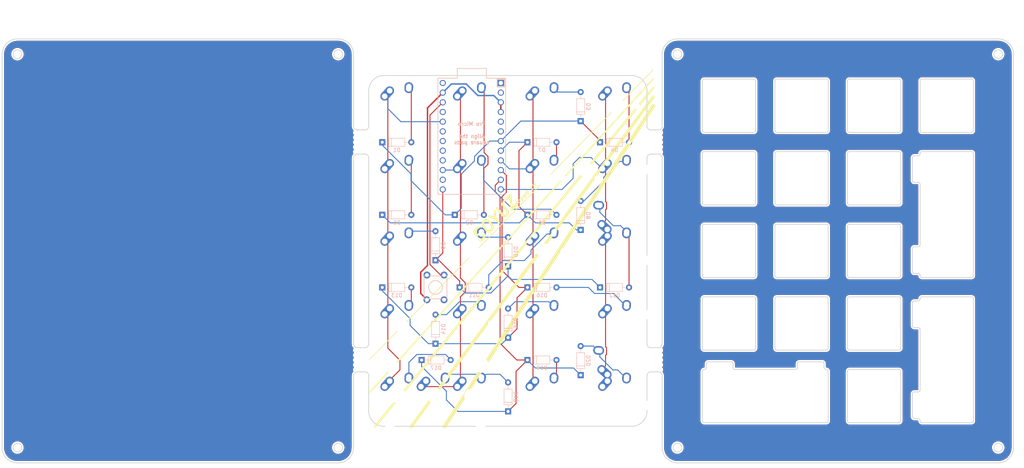
<source format=kicad_pcb>
(kicad_pcb (version 20171130) (host pcbnew "(5.0.0)")
  (layers (0 F.Cu signal) (31 B.Cu signal) (34 B.Paste user) (35 F.Paste user) (36 B.SilkS user) (37 F.SilkS user) (38 B.Mask user) (39 F.Mask user) (44 Edge.Cuts user))
  (net 0 "")
  (net 1 "Net-(D1-Pad2)")
  (net 2 "Net-(D2-Pad2)")
  (net 3 "Net-(D3-Pad2)")
  (net 4 "Net-(D4-Pad2)")
  (net 5 "Net-(D5-Pad2)")
  (net 6 "Net-(D6-Pad2)")
  (net 7 "Net-(D7-Pad2)")
  (net 8 "Net-(D8-Pad2)")
  (net 9 "Net-(D9-Pad2)")
  (net 10 "Net-(D10-Pad2)")
  (net 11 "Net-(D11-Pad2)")
  (net 12 "Net-(D12-Pad2)")
  (net 13 "Net-(D13-Pad2)")
  (net 14 "Net-(D14-Pad2)")
  (net 15 "Net-(D15-Pad2)")
  (net 16 "Net-(D16-Pad2)")
  (net 17 "Net-(D17-Pad2)")
  (net 18 "Net-(D18-Pad2)")
  (net 19 "Net-(D19-Pad2)")
  (net 20 "Net-(D20-Pad2)")
  (net 21 "Net-(U1-Pad1)")
  (net 22 "Net-(U1-Pad2)")
  (net 23 "Net-(U1-Pad5)")
  (net 24 "Net-(U1-Pad6)")
  (net 25 "Net-(U1-Pad14)")
  (net 26 "Net-(U1-Pad16)")
  (net 27 "Net-(U1-Pad17)")
  (net 28 "Net-(U1-Pad18)")
  (net 29 "Net-(U1-Pad19)")
  (net 30 "Net-(U1-Pad21)")
  (net 31 "Net-(U1-Pad24)")
  (net 32 "Net-(SW1-Pad1)")
  (net 33 GND)
  (net 34 ROW0)
  (net 35 ROW1)
  (net 36 ROW2)
  (net 37 ROW3)
  (net 38 ROW4)
  (net 39 COL0)
  (net 40 COL1)
  (net 41 COL2)
  (net 42 COL3)
  (net 43 GNDA)
  (net 44 Earth)
  (module locallib:outline (layer F.Cu) (at 200.914 133.35)
    (fp_text reference O1)
    (fp_text value Outline)
    (fp_arc (start -30.075 -81.175) (end -29.575 -81.175) (angle -90) (layer Edge.Cuts) (width 0.2))
    (fp_arc (start -43.075 -43.075) (end -43.075 -43.575) (angle -90) (layer Edge.Cuts) (width 0.2))
    (fp_arc (start -81.175 -100.225) (end -81.175 -100.725) (angle -90) (layer Edge.Cuts) (width 0.2))
    (fp_line (start -10.525 -87.225) (end -10.525 -100.225) (layer Edge.Cuts) (width 0.2))
    (fp_arc (start -11.025 -87.225) (end -11.025 -86.725) (angle -90) (layer Edge.Cuts) (width 0.2))
    (fp_line (start -81.675 -100.225) (end -81.675 -87.225) (layer Edge.Cuts) (width 0.2))
    (fp_arc (start -43.075 -68.175) (end -43.575 -68.175) (angle -90) (layer Edge.Cuts) (width 0.2))
    (fp_line (start -30.075 -43.575) (end -43.075 -43.575) (layer Edge.Cuts) (width 0.2))
    (fp_line (start -24.025 -86.725) (end -11.025 -86.725) (layer Edge.Cuts) (width 0.2))
    (fp_arc (start -24.025 -87.225) (end -24.525 -87.225) (angle -90) (layer Edge.Cuts) (width 0.2))
    (fp_line (start -29.575 -49.125) (end -29.575 -62.125) (layer Edge.Cuts) (width 0.2))
    (fp_arc (start -49.125 -68.175) (end -49.125 -67.675) (angle -90) (layer Edge.Cuts) (width 0.2))
    (fp_arc (start -24.025 -100.225) (end -24.025 -100.725) (angle -90) (layer Edge.Cuts) (width 0.2))
    (fp_arc (start -30.075 -49.125) (end -30.075 -48.625) (angle -90) (layer Edge.Cuts) (width 0.2))
    (fp_line (start -43.075 -48.625) (end -30.075 -48.625) (layer Edge.Cuts) (width 0.2))
    (fp_arc (start -43.075 -62.125) (end -43.075 -62.625) (angle -90) (layer Edge.Cuts) (width 0.2))
    (fp_line (start -49.125 -81.675) (end -62.125 -81.675) (layer Edge.Cuts) (width 0.2))
    (fp_line (start -81.175 -86.725) (end -68.175 -86.725) (layer Edge.Cuts) (width 0.2))
    (fp_arc (start -30.075 -62.125) (end -29.575 -62.125) (angle -90) (layer Edge.Cuts) (width 0.2))
    (fp_line (start -48.625 -68.175) (end -48.625 -81.175) (layer Edge.Cuts) (width 0.2))
    (fp_arc (start -11.025 -100.225) (end -10.525 -100.225) (angle -90) (layer Edge.Cuts) (width 0.2))
    (fp_arc (start -62.125 -81.175) (end -62.125 -81.675) (angle -90) (layer Edge.Cuts) (width 0.2))
    (fp_line (start -62.125 -67.675) (end -49.125 -67.675) (layer Edge.Cuts) (width 0.2))
    (fp_line (start -62.625 -81.175) (end -62.625 -68.175) (layer Edge.Cuts) (width 0.2))
    (fp_arc (start -30.075 -43.075) (end -29.575 -43.075) (angle -90) (layer Edge.Cuts) (width 0.2))
    (fp_arc (start -68.175 -100.225) (end -67.675 -100.225) (angle -90) (layer Edge.Cuts) (width 0.2))
    (fp_line (start -43.575 -62.125) (end -43.575 -49.125) (layer Edge.Cuts) (width 0.2))
    (fp_arc (start -68.175 -87.225) (end -68.175 -86.725) (angle -90) (layer Edge.Cuts) (width 0.2))
    (fp_line (start -24.525 -100.225) (end -24.525 -87.225) (layer Edge.Cuts) (width 0.2))
    (fp_line (start -43.075 -67.675) (end -30.075 -67.675) (layer Edge.Cuts) (width 0.2))
    (fp_arc (start -49.125 -81.175) (end -48.625 -81.175) (angle -90) (layer Edge.Cuts) (width 0.2))
    (fp_line (start -68.175 -100.725) (end -81.175 -100.725) (layer Edge.Cuts) (width 0.2))
    (fp_line (start -30.075 -24.525) (end -43.075 -24.525) (layer Edge.Cuts) (width 0.2))
    (fp_line (start -29.575 -30.075) (end -29.575 -43.075) (layer Edge.Cuts) (width 0.2))
    (fp_line (start -29.575 -68.175) (end -29.575 -81.175) (layer Edge.Cuts) (width 0.2))
    (fp_arc (start -30.075 -30.075) (end -30.075 -29.575) (angle -90) (layer Edge.Cuts) (width 0.2))
    (fp_line (start -11.025 -100.725) (end -24.025 -100.725) (layer Edge.Cuts) (width 0.2))
    (fp_line (start -30.075 -62.625) (end -43.075 -62.625) (layer Edge.Cuts) (width 0.2))
    (fp_arc (start -62.125 -68.175) (end -62.625 -68.175) (angle -90) (layer Edge.Cuts) (width 0.2))
    (fp_arc (start -30.075 -68.175) (end -30.075 -67.675) (angle -90) (layer Edge.Cuts) (width 0.2))
    (fp_line (start -43.075 -29.575) (end -30.075 -29.575) (layer Edge.Cuts) (width 0.2))
    (fp_arc (start -81.175 -87.225) (end -81.675 -87.225) (angle -90) (layer Edge.Cuts) (width 0.2))
    (fp_line (start -67.675 -87.225) (end -67.675 -100.225) (layer Edge.Cuts) (width 0.2))
    (fp_arc (start -43.075 -49.125) (end -43.575 -49.125) (angle -90) (layer Edge.Cuts) (width 0.2))
    (fp_arc (start -43.075 -30.075) (end -43.575 -30.075) (angle -90) (layer Edge.Cuts) (width 0.2))
    (fp_line (start -43.575 -43.075) (end -43.575 -30.075) (layer Edge.Cuts) (width 0.2))
    (fp_arc (start -62.125 -87.225) (end -62.625 -87.225) (angle -90) (layer Edge.Cuts) (width 0.2))
    (fp_arc (start -81.175 -62.125) (end -81.175 -62.625) (angle -90) (layer Edge.Cuts) (width 0.2))
    (fp_arc (start -49.125 -62.125) (end -48.625 -62.125) (angle -90) (layer Edge.Cuts) (width 0.2))
    (fp_arc (start -49.125 -49.125) (end -49.125 -48.625) (angle -90) (layer Edge.Cuts) (width 0.2))
    (fp_line (start -62.625 -62.125) (end -62.625 -49.125) (layer Edge.Cuts) (width 0.2))
    (fp_arc (start -30.075 -24.025) (end -29.575 -24.025) (angle -90) (layer Edge.Cuts) (width 0.2))
    (fp_line (start -62.125 -48.625) (end -49.125 -48.625) (layer Edge.Cuts) (width 0.2))
    (fp_arc (start -62.125 -100.225) (end -62.125 -100.725) (angle -90) (layer Edge.Cuts) (width 0.2))
    (fp_line (start -49.125 -62.625) (end -62.125 -62.625) (layer Edge.Cuts) (width 0.2))
    (fp_line (start -48.625 -87.225) (end -48.625 -100.225) (layer Edge.Cuts) (width 0.2))
    (fp_line (start -67.675 -49.125) (end -67.675 -62.125) (layer Edge.Cuts) (width 0.2))
    (fp_line (start -81.175 -81.675) (end -68.175 -81.675) (layer Edge.Cuts) (width 0.2))
    (fp_arc (start -68.175 -68.175) (end -68.175 -67.675) (angle -90) (layer Edge.Cuts) (width 0.2))
    (fp_line (start -67.675 -81.175) (end -67.675 -68.175) (layer Edge.Cuts) (width 0.2))
    (fp_arc (start -30.075 -11.025) (end -30.075 -10.525) (angle -90) (layer Edge.Cuts) (width 0.2))
    (fp_arc (start -49.125 -87.225) (end -49.125 -86.725) (angle -90) (layer Edge.Cuts) (width 0.2))
    (fp_line (start -62.125 -86.725) (end -49.125 -86.725) (layer Edge.Cuts) (width 0.2))
    (fp_line (start -43.075 -10.525) (end -30.075 -10.525) (layer Edge.Cuts) (width 0.2))
    (fp_arc (start -68.175 -81.175) (end -67.675 -81.175) (angle -90) (layer Edge.Cuts) (width 0.2))
    (fp_line (start -62.625 -100.225) (end -62.625 -87.225) (layer Edge.Cuts) (width 0.2))
    (fp_arc (start -81.175 -68.175) (end -81.675 -68.175) (angle -90) (layer Edge.Cuts) (width 0.2))
    (fp_arc (start -43.075 -24.025) (end -43.075 -24.525) (angle -90) (layer Edge.Cuts) (width 0.2))
    (fp_arc (start -68.175 -62.125) (end -67.675 -62.125) (angle -90) (layer Edge.Cuts) (width 0.2))
    (fp_line (start -68.175 -62.625) (end -81.175 -62.625) (layer Edge.Cuts) (width 0.2))
    (fp_line (start -68.175 -67.675) (end -81.175 -67.675) (layer Edge.Cuts) (width 0.2))
    (fp_line (start -81.675 -68.175) (end -81.675 -81.175) (layer Edge.Cuts) (width 0.2))
    (fp_line (start -29.575 -11.025) (end -29.575 -24.025) (layer Edge.Cuts) (width 0.2))
    (fp_line (start -43.575 -24.025) (end -43.575 -11.025) (layer Edge.Cuts) (width 0.2))
    (fp_arc (start -62.125 -49.125) (end -62.625 -49.125) (angle -90) (layer Edge.Cuts) (width 0.2))
    (fp_arc (start -49.125 -100.225) (end -48.625 -100.225) (angle -90) (layer Edge.Cuts) (width 0.2))
    (fp_arc (start -81.175 -49.125) (end -81.675 -49.125) (angle -90) (layer Edge.Cuts) (width 0.2))
    (fp_arc (start -68.175 -49.125) (end -68.175 -48.625) (angle -90) (layer Edge.Cuts) (width 0.2))
    (fp_arc (start -81.175 -81.175) (end -81.175 -81.675) (angle -90) (layer Edge.Cuts) (width 0.2))
    (fp_line (start -81.175 -48.625) (end -68.175 -48.625) (layer Edge.Cuts) (width 0.2))
    (fp_arc (start -43.075 -11.025) (end -43.575 -11.025) (angle -90) (layer Edge.Cuts) (width 0.2))
    (fp_line (start -48.625 -49.125) (end -48.625 -62.125) (layer Edge.Cuts) (width 0.2))
    (fp_line (start -81.675 -62.125) (end -81.675 -49.125) (layer Edge.Cuts) (width 0.2))
    (fp_arc (start -62.125 -62.125) (end -62.125 -62.625) (angle -90) (layer Edge.Cuts) (width 0.2))
    (fp_line (start -49.125 -100.725) (end -62.125 -100.725) (layer Edge.Cuts) (width 0.2))
    (fp_arc (start -11.025 -43.075) (end -10.525 -43.075) (angle -90) (layer Edge.Cuts) (width 0.2))
    (fp_arc (start -11.025 -11.025) (end -11.025 -10.525) (angle -90) (layer Edge.Cuts) (width 0.2))
    (fp_arc (start -73.088 -25.025) (end -73.588 -25.025) (angle -90) (layer Edge.Cuts) (width 0.2))
    (fp_line (start -24.525 -11.112) (end -24.525 -11.025) (layer Edge.Cuts) (width 0.2))
    (fp_arc (start -25.025 -11.112) (end -24.525 -11.112) (angle -90) (layer Edge.Cuts) (width 0.2))
    (fp_arc (start -24.025 -11.025) (end -24.525 -11.025) (angle -90) (layer Edge.Cuts) (width 0.2))
    (fp_line (start -24.525 -43.075) (end -24.525 -42.988) (layer Edge.Cuts) (width 0.2))
    (fp_arc (start -24.025 -43.075) (end -24.025 -43.575) (angle -90) (layer Edge.Cuts) (width 0.2))
    (fp_line (start -10.525 -11.025) (end -10.525 -43.075) (layer Edge.Cuts) (width 0.2))
    (fp_line (start -11.025 -43.575) (end -24.025 -43.575) (layer Edge.Cuts) (width 0.2))
    (fp_line (start -24.025 -10.525) (end -11.025 -10.525) (layer Edge.Cuts) (width 0.2))
    (fp_arc (start -25.025 -81.088) (end -25.025 -80.588) (angle -90) (layer Edge.Cuts) (width 0.2))
    (fp_arc (start -26.025 -74.088) (end -26.525 -74.088) (angle -90) (layer Edge.Cuts) (width 0.2))
    (fp_line (start -26.525 -80.088) (end -26.525 -74.088) (layer Edge.Cuts) (width 0.2))
    (fp_arc (start -26.025 -80.088) (end -26.025 -80.588) (angle -90) (layer Edge.Cuts) (width 0.2))
    (fp_line (start -25.025 -80.588) (end -26.025 -80.588) (layer Edge.Cuts) (width 0.2))
    (fp_arc (start -50.212 -26.025) (end -49.712 -26.025) (angle -90) (layer Edge.Cuts) (width 0.2))
    (fp_line (start -49.125 -24.525) (end -49.212 -24.525) (layer Edge.Cuts) (width 0.2))
    (fp_arc (start -57.212 -25.025) (end -57.212 -24.525) (angle -90) (layer Edge.Cuts) (width 0.2))
    (fp_line (start -56.712 -26.025) (end -56.712 -25.025) (layer Edge.Cuts) (width 0.2))
    (fp_arc (start -49.212 -25.025) (end -49.712 -25.025) (angle -90) (layer Edge.Cuts) (width 0.2))
    (fp_line (start -48.625 -11.025) (end -48.625 -24.025) (layer Edge.Cuts) (width 0.2))
    (fp_arc (start -56.212 -26.025) (end -56.212 -26.525) (angle -90) (layer Edge.Cuts) (width 0.2))
    (fp_line (start -49.712 -25.025) (end -49.712 -26.025) (layer Edge.Cuts) (width 0.2))
    (fp_arc (start -49.125 -24.025) (end -48.625 -24.025) (angle -90) (layer Edge.Cuts) (width 0.2))
    (fp_line (start -50.212 -26.525) (end -56.212 -26.525) (layer Edge.Cuts) (width 0.2))
    (fp_arc (start -49.125 -11.025) (end -49.125 -10.525) (angle -90) (layer Edge.Cuts) (width 0.2))
    (fp_line (start -26.025 -73.588) (end -25.025 -73.588) (layer Edge.Cuts) (width 0.2))
    (fp_line (start -26.025 -49.712) (end -25.025 -49.712) (layer Edge.Cuts) (width 0.2))
    (fp_arc (start -26.025 -50.212) (end -26.525 -50.212) (angle -90) (layer Edge.Cuts) (width 0.2))
    (fp_arc (start -25.025 -57.212) (end -25.025 -56.712) (angle -90) (layer Edge.Cuts) (width 0.2))
    (fp_line (start -26.525 -56.212) (end -26.525 -50.212) (layer Edge.Cuts) (width 0.2))
    (fp_line (start -24.525 -73.088) (end -24.525 -57.212) (layer Edge.Cuts) (width 0.2))
    (fp_line (start -24.525 -49.212) (end -24.525 -49.125) (layer Edge.Cuts) (width 0.2))
    (fp_arc (start -25.025 -49.212) (end -24.525 -49.212) (angle -90) (layer Edge.Cuts) (width 0.2))
    (fp_arc (start -26.025 -56.212) (end -26.025 -56.712) (angle -90) (layer Edge.Cuts) (width 0.2))
    (fp_line (start -25.025 -56.712) (end -26.025 -56.712) (layer Edge.Cuts) (width 0.2))
    (fp_arc (start -25.025 -73.088) (end -24.525 -73.088) (angle -90) (layer Edge.Cuts) (width 0.2))
    (fp_arc (start -24.025 -49.125) (end -24.525 -49.125) (angle -90) (layer Edge.Cuts) (width 0.2))
    (fp_line (start -10.525 -49.125) (end -10.525 -81.175) (layer Edge.Cuts) (width 0.2))
    (fp_arc (start -11.025 -49.125) (end -11.025 -48.625) (angle -90) (layer Edge.Cuts) (width 0.2))
    (fp_arc (start -24.025 -81.175) (end -24.025 -81.675) (angle -90) (layer Edge.Cuts) (width 0.2))
    (fp_arc (start -26.025 -41.988) (end -26.025 -42.488) (angle -90) (layer Edge.Cuts) (width 0.2))
    (fp_line (start -25.025 -42.488) (end -26.025 -42.488) (layer Edge.Cuts) (width 0.2))
    (fp_arc (start -25.025 -42.988) (end -25.025 -42.488) (angle -90) (layer Edge.Cuts) (width 0.2))
    (fp_line (start -24.525 -81.175) (end -24.525 -81.088) (layer Edge.Cuts) (width 0.2))
    (fp_line (start -11.025 -81.675) (end -24.025 -81.675) (layer Edge.Cuts) (width 0.2))
    (fp_arc (start -11.025 -81.175) (end -10.525 -81.175) (angle -90) (layer Edge.Cuts) (width 0.2))
    (fp_line (start -24.025 -48.625) (end -11.025 -48.625) (layer Edge.Cuts) (width 0.2))
    (fp_arc (start -74.088 -26.025) (end -73.588 -26.025) (angle -90) (layer Edge.Cuts) (width 0.2))
    (fp_arc (start -80.088 -26.025) (end -80.088 -26.525) (angle -90) (layer Edge.Cuts) (width 0.2))
    (fp_line (start -73.588 -25.025) (end -73.588 -26.025) (layer Edge.Cuts) (width 0.2))
    (fp_arc (start -81.175 -24.025) (end -81.175 -24.525) (angle -90) (layer Edge.Cuts) (width 0.2))
    (fp_line (start -81.175 -10.525) (end -49.125 -10.525) (layer Edge.Cuts) (width 0.2))
    (fp_arc (start -81.175 -11.025) (end -81.675 -11.025) (angle -90) (layer Edge.Cuts) (width 0.2))
    (fp_line (start -81.675 -24.025) (end -81.675 -11.025) (layer Edge.Cuts) (width 0.2))
    (fp_line (start -81.088 -24.525) (end -81.175 -24.525) (layer Edge.Cuts) (width 0.2))
    (fp_arc (start -81.088 -25.025) (end -81.088 -24.525) (angle -90) (layer Edge.Cuts) (width 0.2))
    (fp_line (start -74.088 -26.525) (end -80.088 -26.525) (layer Edge.Cuts) (width 0.2))
    (fp_line (start -80.588 -26.025) (end -80.588 -25.025) (layer Edge.Cuts) (width 0.2))
    (fp_line (start -92.2 -4) (end -92.2 -22.875) (layer Edge.Cuts) (width 0.2))
    (fp_line (start -96.2 -97.6625) (end -96.2 -88.375) (layer Edge.Cuts) (width 0.2))
    (fp_arc (start -95.2 -88.375) (end -96.2 -88.375) (angle -90) (layer Edge.Cuts) (width 0.2))
    (fp_arc (start -95.2 -22.875) (end -95.2 -23.875) (angle -90) (layer Edge.Cuts) (width 0.2))
    (fp_arc (start -93.2 -22.875) (end -92.2 -22.875) (angle -90) (layer Edge.Cuts) (width 0.2))
    (fp_arc (start -93.2 -88.375) (end -93.2 -87.375) (angle -90) (layer Edge.Cuts) (width 0.2))
    (fp_arc (start -100.2 -97.6625) (end -96.2 -97.6625) (angle -90) (layer Edge.Cuts) (width 0.2))
    (fp_arc (start -4 -107.25) (end 0 -107.25) (angle -90) (layer Edge.Cuts) (width 0.2))
    (fp_line (start -95.2 -87.375) (end -93.2 -87.375) (layer Edge.Cuts) (width 0.2))
    (fp_line (start -100.2 -9.5875) (end -165.225 -9.5875) (layer Edge.Cuts) (width 0.2))
    (fp_line (start -57.212 -24.525) (end -73.088 -24.525) (layer Edge.Cuts) (width 0.2))
    (fp_line (start -96.2 -22.875) (end -96.2 -13.5875) (layer Edge.Cuts) (width 0.2))
    (fp_line (start -93.2 -23.875) (end -95.2 -23.875) (layer Edge.Cuts) (width 0.2))
    (fp_arc (start -88.2 -4) (end -92.2 -4) (angle -90) (layer Edge.Cuts) (width 0.2))
    (fp_line (start 0 -107.25) (end 0 -4) (layer Edge.Cuts) (width 0.2))
    (fp_arc (start -88.2 -107.25) (end -88.2 -111.25) (angle -90) (layer Edge.Cuts) (width 0.2))
    (fp_arc (start -100.2 -13.5875) (end -100.2 -9.5875) (angle -90) (layer Edge.Cuts) (width 0.2))
    (fp_line (start -4 0) (end -88.2 0) (layer Edge.Cuts) (width 0.2))
    (fp_line (start -92.2 -88.375) (end -92.2 -107.25) (layer Edge.Cuts) (width 0.2))
    (fp_line (start -88.2 -111.25) (end -4 -111.25) (layer Edge.Cuts) (width 0.2))
    (fp_arc (start -4 -4) (end -4 0) (angle -90) (layer Edge.Cuts) (width 0.2))
    (fp_line (start -165.225 -101.6625) (end -100.2 -101.6625) (layer Edge.Cuts) (width 0.2))
    (fp_arc (start -165.225 -97.6625) (end -165.225 -101.6625) (angle -90) (layer Edge.Cuts) (width 0.2))
    (fp_arc (start -62.125 -30.075) (end -62.625 -30.075) (angle -90) (layer Edge.Cuts) (width 0.2))
    (fp_line (start -62.125 -29.575) (end -49.125 -29.575) (layer Edge.Cuts) (width 0.2))
    (fp_line (start -67.675 -30.075) (end -67.675 -43.075) (layer Edge.Cuts) (width 0.2))
    (fp_arc (start -43.075 -87.225) (end -43.575 -87.225) (angle -90) (layer Edge.Cuts) (width 0.2))
    (fp_line (start -81.175 -29.575) (end -68.175 -29.575) (layer Edge.Cuts) (width 0.2))
    (fp_line (start -30.075 -86.725) (end -43.075 -86.725) (layer Edge.Cuts) (width 0.2))
    (fp_arc (start -49.125 -30.075) (end -49.125 -29.575) (angle -90) (layer Edge.Cuts) (width 0.2))
    (fp_arc (start -68.175 -30.075) (end -68.175 -29.575) (angle -90) (layer Edge.Cuts) (width 0.2))
    (fp_line (start -68.175 -43.575) (end -81.175 -43.575) (layer Edge.Cuts) (width 0.2))
    (fp_line (start -43.575 -87.225) (end -43.575 -100.225) (layer Edge.Cuts) (width 0.2))
    (fp_arc (start -30.075 -87.225) (end -30.075 -86.725) (angle -90) (layer Edge.Cuts) (width 0.2))
    (fp_line (start -62.625 -43.075) (end -62.625 -30.075) (layer Edge.Cuts) (width 0.2))
    (fp_line (start -81.675 -43.075) (end -81.675 -30.075) (layer Edge.Cuts) (width 0.2))
    (fp_arc (start -68.175 -43.075) (end -67.675 -43.075) (angle -90) (layer Edge.Cuts) (width 0.2))
    (fp_arc (start -81.175 -43.075) (end -81.175 -43.575) (angle -90) (layer Edge.Cuts) (width 0.2))
    (fp_line (start -43.575 -81.175) (end -43.575 -68.175) (layer Edge.Cuts) (width 0.2))
    (fp_arc (start -62.125 -43.075) (end -62.125 -43.575) (angle -90) (layer Edge.Cuts) (width 0.2))
    (fp_arc (start -43.075 -81.175) (end -43.075 -81.675) (angle -90) (layer Edge.Cuts) (width 0.2))
    (fp_line (start -49.125 -43.575) (end -62.125 -43.575) (layer Edge.Cuts) (width 0.2))
    (fp_line (start -30.075 -81.675) (end -43.075 -81.675) (layer Edge.Cuts) (width 0.2))
    (fp_arc (start -49.125 -43.075) (end -48.625 -43.075) (angle -90) (layer Edge.Cuts) (width 0.2))
    (fp_line (start -48.625 -30.075) (end -48.625 -43.075) (layer Edge.Cuts) (width 0.2))
    (fp_arc (start -81.175 -30.075) (end -81.675 -30.075) (angle -90) (layer Edge.Cuts) (width 0.2))
    (fp_line (start -24.525 -34.988) (end -24.525 -19.112) (layer Edge.Cuts) (width 0.2))
    (fp_arc (start -25.025 -34.988) (end -24.525 -34.988) (angle -90) (layer Edge.Cuts) (width 0.2))
    (fp_line (start -26.525 -41.988) (end -26.525 -35.988) (layer Edge.Cuts) (width 0.2))
    (fp_line (start -26.025 -11.612) (end -25.025 -11.612) (layer Edge.Cuts) (width 0.2))
    (fp_arc (start -26.025 -12.112) (end -26.525 -12.112) (angle -90) (layer Edge.Cuts) (width 0.2))
    (fp_line (start -26.525 -18.112) (end -26.525 -12.112) (layer Edge.Cuts) (width 0.2))
    (fp_arc (start -26.025 -18.112) (end -26.025 -18.612) (angle -90) (layer Edge.Cuts) (width 0.2))
    (fp_line (start -25.025 -18.612) (end -26.025 -18.612) (layer Edge.Cuts) (width 0.2))
    (fp_arc (start -25.025 -19.112) (end -25.025 -18.612) (angle -90) (layer Edge.Cuts) (width 0.2))
    (fp_line (start -26.025 -35.488) (end -25.025 -35.488) (layer Edge.Cuts) (width 0.2))
    (fp_arc (start -26.025 -35.988) (end -26.525 -35.988) (angle -90) (layer Edge.Cuts) (width 0.2))
    (fp_arc (start -165.225 -13.5875) (end -169.225 -13.5875) (angle -90) (layer Edge.Cuts) (width 0.2))
    (fp_line (start -169.225 -13.5875) (end -169.225 -22.875) (layer Edge.Cuts) (width 0.2))
    (fp_arc (start -170.225 -88.375) (end -170.225 -87.375) (angle -90) (layer Edge.Cuts) (width 0.2))
    (fp_line (start -96.2 -80.025) (end -96.2 -31.225) (layer Edge.Cuts) (width 0.2))
    (fp_arc (start -95.2 -80.025) (end -95.2 -81.025) (angle -90) (layer Edge.Cuts) (width 0.2))
    (fp_arc (start -172.225 -88.375) (end -173.225 -88.375) (angle -90) (layer Edge.Cuts) (width 0.2))
    (fp_arc (start -170.225 -22.875) (end -169.225 -22.875) (angle -90) (layer Edge.Cuts) (width 0.2))
    (fp_line (start -173.225 -107.25) (end -173.225 -88.375) (layer Edge.Cuts) (width 0.2))
    (fp_line (start -261.425 -111.25) (end -177.225 -111.25) (layer Edge.Cuts) (width 0.2))
    (fp_line (start -93.2 -81.025) (end -95.2 -81.025) (layer Edge.Cuts) (width 0.2))
    (fp_line (start -173.225 -22.875) (end -173.225 -4) (layer Edge.Cuts) (width 0.2))
    (fp_line (start -265.425 -4) (end -265.425 -107.25) (layer Edge.Cuts) (width 0.2))
    (fp_arc (start -177.225 -4) (end -177.225 0) (angle -90) (layer Edge.Cuts) (width 0.2))
    (fp_line (start -170.225 -23.875) (end -172.225 -23.875) (layer Edge.Cuts) (width 0.2))
    (fp_line (start -177.225 0) (end -261.425 0) (layer Edge.Cuts) (width 0.2))
    (fp_line (start -169.225 -88.375) (end -169.225 -97.6625) (layer Edge.Cuts) (width 0.2))
    (fp_arc (start -261.425 -4) (end -265.425 -4) (angle -90) (layer Edge.Cuts) (width 0.2))
    (fp_arc (start -177.225 -107.25) (end -173.225 -107.25) (angle -90) (layer Edge.Cuts) (width 0.2))
    (fp_line (start -172.225 -87.375) (end -170.225 -87.375) (layer Edge.Cuts) (width 0.2))
    (fp_arc (start -93.2 -80.025) (end -92.2 -80.025) (angle -90) (layer Edge.Cuts) (width 0.2))
    (fp_arc (start -261.425 -107.25) (end -261.425 -111.25) (angle -90) (layer Edge.Cuts) (width 0.2))
    (fp_line (start -92.2 -31.225) (end -92.2 -80.025) (layer Edge.Cuts) (width 0.2))
    (fp_arc (start -172.225 -22.875) (end -172.225 -23.875) (angle -90) (layer Edge.Cuts) (width 0.2))
    (fp_arc (start -30.075 -100.225) (end -29.575 -100.225) (angle -90) (layer Edge.Cuts) (width 0.2))
    (fp_line (start -43.075 -100.725) (end -30.075 -100.725) (layer Edge.Cuts) (width 0.2))
    (fp_line (start -169.225 -31.225) (end -169.225 -80.025) (layer Edge.Cuts) (width 0.2))
    (fp_line (start -172.225 -30.225) (end -170.225 -30.225) (layer Edge.Cuts) (width 0.2))
    (fp_circle (center -4 -4) (end -2.85 -4) (layer Edge.Cuts) (width 0.2))
    (fp_arc (start -43.075 -100.225) (end -43.075 -100.725) (angle -90) (layer Edge.Cuts) (width 0.2))
    (fp_circle (center -88.2 -107.25) (end -87.05 -107.25) (layer Edge.Cuts) (width 0.2))
    (fp_circle (center -177.225 -4) (end -176.075 -4) (layer Edge.Cuts) (width 0.2))
    (fp_arc (start -172.225 -80.025) (end -172.225 -81.025) (angle -90) (layer Edge.Cuts) (width 0.2))
    (fp_circle (center -261.425 -107.25) (end -260.275 -107.25) (layer Edge.Cuts) (width 0.2))
    (fp_line (start -173.225 -80.025) (end -173.225 -31.225) (layer Edge.Cuts) (width 0.2))
    (fp_circle (center -177.225 -107.25) (end -176.075 -107.25) (layer Edge.Cuts) (width 0.2))
    (fp_line (start -170.225 -81.025) (end -172.225 -81.025) (layer Edge.Cuts) (width 0.2))
    (fp_circle (center -88.2 -4) (end -87.05 -4) (layer Edge.Cuts) (width 0.2))
    (fp_circle (center -4 -107.25) (end -2.85 -107.25) (layer Edge.Cuts) (width 0.2))
    (fp_circle (center -261.425 -4) (end -260.275 -4) (layer Edge.Cuts) (width 0.2))
    (fp_arc (start -170.225 -80.025) (end -169.225 -80.025) (angle -90) (layer Edge.Cuts) (width 0.2))
    (fp_arc (start -170.225 -31.225) (end -170.225 -30.225) (angle -90) (layer Edge.Cuts) (width 0.2))
    (fp_line (start -95.2 -30.225) (end -93.2 -30.225) (layer Edge.Cuts) (width 0.2))
    (fp_arc (start -93.2 -31.225) (end -93.2 -30.225) (angle -90) (layer Edge.Cuts) (width 0.2))
    (fp_arc (start -95.2 -31.225) (end -96.2 -31.225) (angle -90) (layer Edge.Cuts) (width 0.2))
    (fp_line (start -29.575 -100.225) (end -29.575 -87.225) (layer Edge.Cuts) (width 0.2))
    (fp_arc (start -172.225 -31.225) (end -173.225 -31.225) (angle -90) (layer Edge.Cuts) (width 0.2))
    (pad 2 smd circle (at -176.53 -54.102) (size 1.524 1.524) (layers F.Cu) (net 43 GNDA))
    (pad 2 smd circle (at -176.53 -54.102) (size 1.524 1.524) (layers B.Cu) (net 43 GNDA))
    (pad 1 smd circle (at -17.78 -45.72) (size 1.524 1.524) (layers F.Cu) (net 44 Earth))
    (pad 1 smd circle (at -17.78 -45.72) (size 1.524 1.524) (layers B.Cu) (net 44 Earth))
  )
  (module Diodes_THT:D_DO-35_SOD27_P7.62mm_Horizontal (layer B.Cu) (at 35.2425 49.2125)
    (fp_text reference D1 (at 3.81 2.06) (layer B.SilkS) (effects (justify mirror)))
    (fp_text value 1N4148)
    (pad 2 thru_hole oval (at 7.62 0) (size 1.6 1.6) (drill 0.8) (layers *.Cu *.Mask) (net 1 "Net-(D1-Pad2)"))
    (pad 1 thru_hole rect (at 0 0) (size 1.6 1.6) (drill 0.8) (layers *.Cu *.Mask) (net 34 ROW0))
  )
  (module Diodes_THT:D_DO-35_SOD27_P7.62mm_Horizontal (layer B.Cu) (at 54.2925 68.2625)
    (fp_text reference D2 (at 3.81 2.06) (layer B.SilkS) (effects (justify mirror)))
    (fp_text value 1N4148)
    (pad 2 thru_hole oval (at 7.62 0) (size 1.6 1.6) (drill 0.8) (layers *.Cu *.Mask) (net 2 "Net-(D2-Pad2)"))
    (pad 1 thru_hole rect (at 0 0) (size 1.6 1.6) (drill 0.8) (layers *.Cu *.Mask) (net 34 ROW0))
  )
  (module Diodes_THT:D_DO-35_SOD27_P7.62mm_Horizontal (layer B.Cu) (at 87.3125 43.65625 90)
    (fp_text reference D3 (at 3.81 2.06 90) (layer B.SilkS) (effects (justify mirror)))
    (fp_text value 1N4148)
    (pad 2 thru_hole oval (at 7.62 0 90) (size 1.6 1.6) (drill 0.8) (layers *.Cu *.Mask) (net 3 "Net-(D3-Pad2)"))
    (pad 1 thru_hole rect (at 0 0 90) (size 1.6 1.6) (drill 0.8) (layers *.Cu *.Mask) (net 34 ROW0))
  )
  (module Diodes_THT:D_DO-35_SOD27_P7.62mm_Horizontal (layer B.Cu) (at 92.3925 49.2125)
    (fp_text reference D4 (at 3.81 2.06) (layer B.SilkS) (effects (justify mirror)))
    (fp_text value 1N4148)
    (pad 1 thru_hole rect (at 0 0) (size 1.6 1.6) (drill 0.8) (layers *.Cu *.Mask) (net 34 ROW0))
    (pad 2 thru_hole oval (at 7.62 0) (size 1.6 1.6) (drill 0.8) (layers *.Cu *.Mask) (net 4 "Net-(D4-Pad2)"))
  )
  (module Diodes_THT:D_DO-35_SOD27_P7.62mm_Horizontal (layer B.Cu) (at 35.2425 68.2625)
    (fp_text reference D5 (at 3.81 2.06) (layer B.SilkS) (effects (justify mirror)))
    (fp_text value 1N4148)
    (pad 2 thru_hole oval (at 7.62 0) (size 1.6 1.6) (drill 0.8) (layers *.Cu *.Mask) (net 5 "Net-(D5-Pad2)"))
    (pad 1 thru_hole rect (at 0 0) (size 1.6 1.6) (drill 0.8) (layers *.Cu *.Mask) (net 35 ROW1))
  )
  (module Diodes_THT:D_DO-35_SOD27_P7.62mm_Horizontal (layer B.Cu) (at 73.3425 68.2625)
    (fp_text reference D6 (at 3.81 2.06) (layer B.SilkS) (effects (justify mirror)))
    (fp_text value 1N4148)
    (pad 1 thru_hole rect (at 0 0) (size 1.6 1.6) (drill 0.8) (layers *.Cu *.Mask) (net 35 ROW1))
    (pad 2 thru_hole oval (at 7.62 0) (size 1.6 1.6) (drill 0.8) (layers *.Cu *.Mask) (net 6 "Net-(D6-Pad2)"))
  )
  (module Diodes_THT:D_DO-35_SOD27_P7.62mm_Horizontal (layer B.Cu) (at 73.3425 49.2125)
    (fp_text reference D7 (at 3.81 2.06) (layer B.SilkS) (effects (justify mirror)))
    (fp_text value 1N4148)
    (pad 2 thru_hole oval (at 7.62 0) (size 1.6 1.6) (drill 0.8) (layers *.Cu *.Mask) (net 7 "Net-(D7-Pad2)"))
    (pad 1 thru_hole rect (at 0 0) (size 1.6 1.6) (drill 0.8) (layers *.Cu *.Mask) (net 35 ROW1))
  )
  (module Diodes_THT:D_DO-35_SOD27_P7.62mm_Horizontal (layer B.Cu) (at 87.3125 72.23125 90)
    (fp_text reference D8 (at 3.81 2.06 90) (layer B.SilkS) (effects (justify mirror)))
    (fp_text value 1N4148)
    (pad 1 thru_hole rect (at 0 0 90) (size 1.6 1.6) (drill 0.8) (layers *.Cu *.Mask) (net 35 ROW1))
    (pad 2 thru_hole oval (at 7.62 0 90) (size 1.6 1.6) (drill 0.8) (layers *.Cu *.Mask) (net 8 "Net-(D8-Pad2)"))
  )
  (module Diodes_THT:D_DO-35_SOD27_P7.62mm_Horizontal (layer B.Cu) (at 49.2125 80.16875 90)
    (fp_text reference D9 (at 3.81 2.06 90) (layer B.SilkS) (effects (justify mirror)))
    (fp_text value 1N4148)
    (pad 2 thru_hole oval (at 7.62 0 90) (size 1.6 1.6) (drill 0.8) (layers *.Cu *.Mask) (net 9 "Net-(D9-Pad2)"))
    (pad 1 thru_hole rect (at 0 0 90) (size 1.6 1.6) (drill 0.8) (layers *.Cu *.Mask) (net 36 ROW2))
  )
  (module Diodes_THT:D_DO-35_SOD27_P7.62mm_Horizontal (layer B.Cu) (at 68.2625 81.75625 90)
    (fp_text reference D10 (at 3.81 2.06 90) (layer B.SilkS) (effects (justify mirror)))
    (fp_text value 1N4148)
    (pad 1 thru_hole rect (at 0 0 90) (size 1.6 1.6) (drill 0.8) (layers *.Cu *.Mask) (net 36 ROW2))
    (pad 2 thru_hole oval (at 7.62 0 90) (size 1.6 1.6) (drill 0.8) (layers *.Cu *.Mask) (net 10 "Net-(D10-Pad2)"))
  )
  (module Diodes_THT:D_DO-35_SOD27_P7.62mm_Horizontal (layer B.Cu) (at 55.5625 87.3125)
    (fp_text reference D11 (at 3.81 2.06) (layer B.SilkS) (effects (justify mirror)))
    (fp_text value 1N4148)
    (pad 2 thru_hole oval (at 7.62 0) (size 1.6 1.6) (drill 0.8) (layers *.Cu *.Mask) (net 11 "Net-(D11-Pad2)"))
    (pad 1 thru_hole rect (at 0 0) (size 1.6 1.6) (drill 0.8) (layers *.Cu *.Mask) (net 36 ROW2))
  )
  (module Diodes_THT:D_DO-35_SOD27_P7.62mm_Horizontal (layer B.Cu) (at 92.3925 87.3125)
    (fp_text reference D12 (at 3.81 2.06) (layer B.SilkS) (effects (justify mirror)))
    (fp_text value 1N4148)
    (pad 1 thru_hole rect (at 0 0) (size 1.6 1.6) (drill 0.8) (layers *.Cu *.Mask) (net 36 ROW2))
    (pad 2 thru_hole oval (at 7.62 0) (size 1.6 1.6) (drill 0.8) (layers *.Cu *.Mask) (net 12 "Net-(D12-Pad2)"))
  )
  (module Diodes_THT:D_DO-35_SOD27_P7.62mm_Horizontal (layer B.Cu) (at 35.2425 87.3125)
    (fp_text reference D13 (at 3.81 2.06) (layer B.SilkS) (effects (justify mirror)))
    (fp_text value 1N4148)
    (pad 2 thru_hole oval (at 7.62 0) (size 1.6 1.6) (drill 0.8) (layers *.Cu *.Mask) (net 13 "Net-(D13-Pad2)"))
    (pad 1 thru_hole rect (at 0 0) (size 1.6 1.6) (drill 0.8) (layers *.Cu *.Mask) (net 37 ROW3))
  )
  (module Diodes_THT:D_DO-35_SOD27_P7.62mm_Horizontal (layer B.Cu) (at 49.2125 102.07625 90)
    (fp_text reference D14 (at 3.81 2.06 90) (layer B.SilkS) (effects (justify mirror)))
    (fp_text value 1N4148)
    (pad 2 thru_hole oval (at 7.62 0 90) (size 1.6 1.6) (drill 0.8) (layers *.Cu *.Mask) (net 14 "Net-(D14-Pad2)"))
    (pad 1 thru_hole rect (at 0 0 90) (size 1.6 1.6) (drill 0.8) (layers *.Cu *.Mask) (net 37 ROW3))
  )
  (module Diodes_THT:D_DO-35_SOD27_P7.62mm_Horizontal (layer B.Cu) (at 68.2625 100.48875 90)
    (fp_text reference D15 (at 3.81 2.06 90) (layer B.SilkS) (effects (justify mirror)))
    (fp_text value 1N4148)
    (pad 2 thru_hole oval (at 7.62 0 90) (size 1.6 1.6) (drill 0.8) (layers *.Cu *.Mask) (net 15 "Net-(D15-Pad2)"))
    (pad 1 thru_hole rect (at 0 0 90) (size 1.6 1.6) (drill 0.8) (layers *.Cu *.Mask) (net 37 ROW3))
  )
  (module Diodes_THT:D_DO-35_SOD27_P7.62mm_Horizontal (layer B.Cu) (at 73.3425 87.3125)
    (fp_text reference D16 (at 3.81 2.06) (layer B.SilkS) (effects (justify mirror)))
    (fp_text value 1N4148)
    (pad 1 thru_hole rect (at 0 0) (size 1.6 1.6) (drill 0.8) (layers *.Cu *.Mask) (net 37 ROW3))
    (pad 2 thru_hole oval (at 7.62 0) (size 1.6 1.6) (drill 0.8) (layers *.Cu *.Mask) (net 16 "Net-(D16-Pad2)"))
  )
  (module Diodes_THT:D_DO-35_SOD27_P7.62mm_Horizontal (layer B.Cu) (at 45.56125 106.3625)
    (fp_text reference D17 (at 3.81 2.06) (layer B.SilkS) (effects (justify mirror)))
    (fp_text value 1N4148)
    (pad 2 thru_hole oval (at 7.62 0) (size 1.6 1.6) (drill 0.8) (layers *.Cu *.Mask) (net 17 "Net-(D17-Pad2)"))
    (pad 1 thru_hole rect (at 0 0) (size 1.6 1.6) (drill 0.8) (layers *.Cu *.Mask) (net 38 ROW4))
  )
  (module Diodes_THT:D_DO-35_SOD27_P7.62mm_Horizontal (layer B.Cu) (at 68.2625 119.85625 90)
    (fp_text reference D18 (at 3.81 2.06 90) (layer B.SilkS) (effects (justify mirror)))
    (fp_text value 1N4148)
    (pad 1 thru_hole rect (at 0 0 90) (size 1.6 1.6) (drill 0.8) (layers *.Cu *.Mask) (net 38 ROW4))
    (pad 2 thru_hole oval (at 7.62 0 90) (size 1.6 1.6) (drill 0.8) (layers *.Cu *.Mask) (net 18 "Net-(D18-Pad2)"))
  )
  (module Diodes_THT:D_DO-35_SOD27_P7.62mm_Horizontal (layer B.Cu) (at 73.3425 106.3625)
    (fp_text reference D19 (at 3.81 2.06) (layer B.SilkS) (effects (justify mirror)))
    (fp_text value 1N4148)
    (pad 1 thru_hole rect (at 0 0) (size 1.6 1.6) (drill 0.8) (layers *.Cu *.Mask) (net 38 ROW4))
    (pad 2 thru_hole oval (at 7.62 0) (size 1.6 1.6) (drill 0.8) (layers *.Cu *.Mask) (net 19 "Net-(D19-Pad2)"))
  )
  (module Diodes_THT:D_DO-35_SOD27_P7.62mm_Horizontal (layer B.Cu) (at 87.3125 110.33125 90)
    (fp_text reference D20 (at 3.81 2.06 90) (layer B.SilkS) (effects (justify mirror)))
    (fp_text value 1N4148)
    (pad 1 thru_hole rect (at 0 0 90) (size 1.6 1.6) (drill 0.8) (layers *.Cu *.Mask) (net 38 ROW4))
    (pad 2 thru_hole oval (at 7.62 0 90) (size 1.6 1.6) (drill 0.8) (layers *.Cu *.Mask) (net 20 "Net-(D20-Pad2)"))
  )
  (module promicro:ProMicro-EnforcedTop (layer B.Cu) (at 58.7375 47.625 270)
    (fp_text reference U1 hide)
    (fp_text value ProMicro)
    (pad 1 thru_hole rect (at -13.97 -7.62 270) (size 1.6 1.6) (drill 1.1) (layers *.Cu F.Mask) (net 21 "Net-(U1-Pad1)"))
    (pad 2 thru_hole circle (at -11.43 -7.62 270) (size 1.6 1.6) (drill 1.1) (layers *.Cu F.Mask) (net 22 "Net-(U1-Pad2)"))
    (pad 3 thru_hole circle (at -8.89 -7.62 270) (size 1.6 1.6) (drill 1.1) (layers *.Cu F.Mask) (net 33 GND))
    (pad 4 thru_hole circle (at -6.35 -7.62 270) (size 1.6 1.6) (drill 1.1) (layers *.Cu F.Mask) (net 33 GND))
    (pad 5 thru_hole circle (at -3.81 -7.62 270) (size 1.6 1.6) (drill 1.1) (layers *.Cu F.Mask) (net 23 "Net-(U1-Pad5)"))
    (pad 6 thru_hole circle (at -1.27 -7.62 270) (size 1.6 1.6) (drill 1.1) (layers *.Cu F.Mask) (net 24 "Net-(U1-Pad6)"))
    (pad 7 thru_hole circle (at 1.27 -7.62 270) (size 1.6 1.6) (drill 1.1) (layers *.Cu F.Mask) (net 34 ROW0))
    (pad 8 thru_hole circle (at 3.81 -7.62 270) (size 1.6 1.6) (drill 1.1) (layers *.Cu F.Mask) (net 35 ROW1))
    (pad 9 thru_hole circle (at 6.35 -7.62 270) (size 1.6 1.6) (drill 1.1) (layers *.Cu F.Mask) (net 41 COL2))
    (pad 10 thru_hole circle (at 8.89 -7.62 270) (size 1.6 1.6) (drill 1.1) (layers *.Cu F.Mask) (net 37 ROW3))
    (pad 11 thru_hole circle (at 11.43 -7.62 270) (size 1.6 1.6) (drill 1.1) (layers *.Cu F.Mask) (net 38 ROW4))
    (pad 12 thru_hole circle (at 13.97 -7.62 270) (size 1.6 1.6) (drill 1.1) (layers *.Cu F.Mask) (net 42 COL3))
    (pad 13 thru_hole circle (at 13.97 7.62 270) (size 1.6 1.6) (drill 1.1) (layers *.Cu F.Mask) (net 36 ROW2))
    (pad 14 thru_hole circle (at 11.43 7.62 270) (size 1.6 1.6) (drill 1.1) (layers *.Cu F.Mask) (net 25 "Net-(U1-Pad14)"))
    (pad 15 thru_hole circle (at 8.89 7.62 270) (size 1.6 1.6) (drill 1.1) (layers *.Cu F.Mask) (net 40 COL1))
    (pad 16 thru_hole circle (at 6.35 7.62 270) (size 1.6 1.6) (drill 1.1) (layers *.Cu F.Mask) (net 26 "Net-(U1-Pad16)"))
    (pad 17 thru_hole circle (at 3.81 7.62 270) (size 1.6 1.6) (drill 1.1) (layers *.Cu F.Mask) (net 27 "Net-(U1-Pad17)"))
    (pad 18 thru_hole circle (at 1.27 7.62 270) (size 1.6 1.6) (drill 1.1) (layers *.Cu F.Mask) (net 28 "Net-(U1-Pad18)"))
    (pad 19 thru_hole circle (at -1.27 7.62 270) (size 1.6 1.6) (drill 1.1) (layers *.Cu F.Mask) (net 29 "Net-(U1-Pad19)"))
    (pad 20 thru_hole circle (at -3.81 7.62 270) (size 1.6 1.6) (drill 1.1) (layers *.Cu F.Mask) (net 39 COL0))
    (pad 21 thru_hole circle (at -6.35 7.62 270) (size 1.6 1.6) (drill 1.1) (layers *.Cu F.Mask) (net 30 "Net-(U1-Pad21)"))
    (pad 22 thru_hole circle (at -8.89 7.62 270) (size 1.6 1.6) (drill 1.1) (layers *.Cu F.Mask) (net 32 "Net-(SW1-Pad1)"))
    (pad 23 thru_hole circle (at -11.43 7.62 270) (size 1.6 1.6) (drill 1.1) (layers *.Cu F.Mask) (net 33 GND))
    (pad 24 thru_hole circle (at -13.97 7.62 270) (size 1.6 1.6) (drill 1.1) (layers *.Cu F.Mask) (net 31 "Net-(U1-Pad24)"))
  )
  (module MX_Alps_Hybrid:MX-1U-NoLED (layer F.Cu) (at 39.6875 39.6875)
    (fp_text reference MX1)
    (fp_text value MX-1U)
    (pad 2 thru_hole oval (at 2.5 -4.5 86.0548) (size 2.831378 2.25) (drill 1.47 (offset 0.290689 0)) (layers *.Cu B.Mask) (net 1 "Net-(D1-Pad2)"))
    (pad 2 thru_hole circle (at 2.54 -5.08) (size 2.25 2.25) (drill 1.47) (layers *.Cu B.Mask) (net 1 "Net-(D1-Pad2)"))
    (pad 1 thru_hole oval (at -3.81 -2.54 48.0996) (size 4.211556 2.25) (drill 1.47 (offset 0.980778 0)) (layers *.Cu B.Mask) (net 39 COL0))
    (pad "" np_thru_hole circle (at 0 0) (size 3.9878 3.9878) (drill 3.9878) (layers *.Cu *.Mask))
    (pad 1 thru_hole circle (at -2.5 -4) (size 2.25 2.25) (drill 1.47) (layers *.Cu B.Mask) (net 39 COL0))
    (pad "" np_thru_hole circle (at -5.08 0 48.0996) (size 1.75 1.75) (drill 1.75) (layers *.Cu *.Mask))
    (pad "" np_thru_hole circle (at 5.08 0 48.0996) (size 1.75 1.75) (drill 1.75) (layers *.Cu *.Mask))
  )
  (module MX_Alps_Hybrid:MX-1U-NoLED (layer F.Cu) (at 58.7375 39.6875)
    (fp_text reference MX2)
    (fp_text value MX-1U)
    (pad "" np_thru_hole circle (at 5.08 0 48.0996) (size 1.75 1.75) (drill 1.75) (layers *.Cu *.Mask))
    (pad "" np_thru_hole circle (at -5.08 0 48.0996) (size 1.75 1.75) (drill 1.75) (layers *.Cu *.Mask))
    (pad 1 thru_hole circle (at -2.5 -4) (size 2.25 2.25) (drill 1.47) (layers *.Cu B.Mask) (net 40 COL1))
    (pad "" np_thru_hole circle (at 0 0) (size 3.9878 3.9878) (drill 3.9878) (layers *.Cu *.Mask))
    (pad 1 thru_hole oval (at -3.81 -2.54 48.0996) (size 4.211556 2.25) (drill 1.47 (offset 0.980778 0)) (layers *.Cu B.Mask) (net 40 COL1))
    (pad 2 thru_hole circle (at 2.54 -5.08) (size 2.25 2.25) (drill 1.47) (layers *.Cu B.Mask) (net 2 "Net-(D2-Pad2)"))
    (pad 2 thru_hole oval (at 2.5 -4.5 86.0548) (size 2.831378 2.25) (drill 1.47 (offset 0.290689 0)) (layers *.Cu B.Mask) (net 2 "Net-(D2-Pad2)"))
  )
  (module MX_Alps_Hybrid:MX-1U-NoLED (layer F.Cu) (at 77.7875 39.6875)
    (fp_text reference MX3)
    (fp_text value MX-1U)
    (pad 2 thru_hole oval (at 2.5 -4.5 86.0548) (size 2.831378 2.25) (drill 1.47 (offset 0.290689 0)) (layers *.Cu B.Mask) (net 3 "Net-(D3-Pad2)"))
    (pad 2 thru_hole circle (at 2.54 -5.08) (size 2.25 2.25) (drill 1.47) (layers *.Cu B.Mask) (net 3 "Net-(D3-Pad2)"))
    (pad 1 thru_hole oval (at -3.81 -2.54 48.0996) (size 4.211556 2.25) (drill 1.47 (offset 0.980778 0)) (layers *.Cu B.Mask) (net 41 COL2))
    (pad "" np_thru_hole circle (at 0 0) (size 3.9878 3.9878) (drill 3.9878) (layers *.Cu *.Mask))
    (pad 1 thru_hole circle (at -2.5 -4) (size 2.25 2.25) (drill 1.47) (layers *.Cu B.Mask) (net 41 COL2))
    (pad "" np_thru_hole circle (at -5.08 0 48.0996) (size 1.75 1.75) (drill 1.75) (layers *.Cu *.Mask))
    (pad "" np_thru_hole circle (at 5.08 0 48.0996) (size 1.75 1.75) (drill 1.75) (layers *.Cu *.Mask))
  )
  (module MX_Alps_Hybrid:MX-1U-NoLED (layer F.Cu) (at 96.8375 39.6875)
    (fp_text reference MX4)
    (fp_text value MX-1U)
    (pad "" np_thru_hole circle (at 5.08 0 48.0996) (size 1.75 1.75) (drill 1.75) (layers *.Cu *.Mask))
    (pad "" np_thru_hole circle (at -5.08 0 48.0996) (size 1.75 1.75) (drill 1.75) (layers *.Cu *.Mask))
    (pad 1 thru_hole circle (at -2.5 -4) (size 2.25 2.25) (drill 1.47) (layers *.Cu B.Mask) (net 42 COL3))
    (pad "" np_thru_hole circle (at 0 0) (size 3.9878 3.9878) (drill 3.9878) (layers *.Cu *.Mask))
    (pad 1 thru_hole oval (at -3.81 -2.54 48.0996) (size 4.211556 2.25) (drill 1.47 (offset 0.980778 0)) (layers *.Cu B.Mask) (net 42 COL3))
    (pad 2 thru_hole circle (at 2.54 -5.08) (size 2.25 2.25) (drill 1.47) (layers *.Cu B.Mask) (net 4 "Net-(D4-Pad2)"))
    (pad 2 thru_hole oval (at 2.5 -4.5 86.0548) (size 2.831378 2.25) (drill 1.47 (offset 0.290689 0)) (layers *.Cu B.Mask) (net 4 "Net-(D4-Pad2)"))
  )
  (module MX_Alps_Hybrid:MX-1U-NoLED (layer F.Cu) (at 39.6875 58.7375)
    (fp_text reference MX5)
    (fp_text value MX-1U)
    (pad 2 thru_hole oval (at 2.5 -4.5 86.0548) (size 2.831378 2.25) (drill 1.47 (offset 0.290689 0)) (layers *.Cu B.Mask) (net 5 "Net-(D5-Pad2)"))
    (pad 2 thru_hole circle (at 2.54 -5.08) (size 2.25 2.25) (drill 1.47) (layers *.Cu B.Mask) (net 5 "Net-(D5-Pad2)"))
    (pad 1 thru_hole oval (at -3.81 -2.54 48.0996) (size 4.211556 2.25) (drill 1.47 (offset 0.980778 0)) (layers *.Cu B.Mask) (net 39 COL0))
    (pad "" np_thru_hole circle (at 0 0) (size 3.9878 3.9878) (drill 3.9878) (layers *.Cu *.Mask))
    (pad 1 thru_hole circle (at -2.5 -4) (size 2.25 2.25) (drill 1.47) (layers *.Cu B.Mask) (net 39 COL0))
    (pad "" np_thru_hole circle (at -5.08 0 48.0996) (size 1.75 1.75) (drill 1.75) (layers *.Cu *.Mask))
    (pad "" np_thru_hole circle (at 5.08 0 48.0996) (size 1.75 1.75) (drill 1.75) (layers *.Cu *.Mask))
  )
  (module MX_Alps_Hybrid:MX-1U-NoLED (layer F.Cu) (at 58.7375 58.7375)
    (fp_text reference MX6)
    (fp_text value MX-1U)
    (pad "" np_thru_hole circle (at 5.08 0 48.0996) (size 1.75 1.75) (drill 1.75) (layers *.Cu *.Mask))
    (pad "" np_thru_hole circle (at -5.08 0 48.0996) (size 1.75 1.75) (drill 1.75) (layers *.Cu *.Mask))
    (pad 1 thru_hole circle (at -2.5 -4) (size 2.25 2.25) (drill 1.47) (layers *.Cu B.Mask) (net 40 COL1))
    (pad "" np_thru_hole circle (at 0 0) (size 3.9878 3.9878) (drill 3.9878) (layers *.Cu *.Mask))
    (pad 1 thru_hole oval (at -3.81 -2.54 48.0996) (size 4.211556 2.25) (drill 1.47 (offset 0.980778 0)) (layers *.Cu B.Mask) (net 40 COL1))
    (pad 2 thru_hole circle (at 2.54 -5.08) (size 2.25 2.25) (drill 1.47) (layers *.Cu B.Mask) (net 6 "Net-(D6-Pad2)"))
    (pad 2 thru_hole oval (at 2.5 -4.5 86.0548) (size 2.831378 2.25) (drill 1.47 (offset 0.290689 0)) (layers *.Cu B.Mask) (net 6 "Net-(D6-Pad2)"))
  )
  (module MX_Alps_Hybrid:MX-1U-NoLED (layer F.Cu) (at 77.7875 58.7375)
    (fp_text reference MX7)
    (fp_text value MX-1U)
    (pad 2 thru_hole oval (at 2.5 -4.5 86.0548) (size 2.831378 2.25) (drill 1.47 (offset 0.290689 0)) (layers *.Cu B.Mask) (net 7 "Net-(D7-Pad2)"))
    (pad 2 thru_hole circle (at 2.54 -5.08) (size 2.25 2.25) (drill 1.47) (layers *.Cu B.Mask) (net 7 "Net-(D7-Pad2)"))
    (pad 1 thru_hole oval (at -3.81 -2.54 48.0996) (size 4.211556 2.25) (drill 1.47 (offset 0.980778 0)) (layers *.Cu B.Mask) (net 41 COL2))
    (pad "" np_thru_hole circle (at 0 0) (size 3.9878 3.9878) (drill 3.9878) (layers *.Cu *.Mask))
    (pad 1 thru_hole circle (at -2.5 -4) (size 2.25 2.25) (drill 1.47) (layers *.Cu B.Mask) (net 41 COL2))
    (pad "" np_thru_hole circle (at -5.08 0 48.0996) (size 1.75 1.75) (drill 1.75) (layers *.Cu *.Mask))
    (pad "" np_thru_hole circle (at 5.08 0 48.0996) (size 1.75 1.75) (drill 1.75) (layers *.Cu *.Mask))
  )
  (module MX_Alps_Hybrid:MX-1U-NoLED (layer F.Cu) (at 96.8375 58.7375)
    (fp_text reference MX8)
    (fp_text value MX-1U)
    (pad 2 thru_hole oval (at 2.5 -4.5 86.0548) (size 2.831378 2.25) (drill 1.47 (offset 0.290689 0)) (layers *.Cu B.Mask) (net 8 "Net-(D8-Pad2)"))
    (pad 2 thru_hole circle (at 2.54 -5.08) (size 2.25 2.25) (drill 1.47) (layers *.Cu B.Mask) (net 8 "Net-(D8-Pad2)"))
    (pad 1 thru_hole oval (at -3.81 -2.54 48.0996) (size 4.211556 2.25) (drill 1.47 (offset 0.980778 0)) (layers *.Cu B.Mask) (net 42 COL3))
    (pad "" np_thru_hole circle (at 0 0) (size 3.9878 3.9878) (drill 3.9878) (layers *.Cu *.Mask))
    (pad 1 thru_hole circle (at -2.5 -4) (size 2.25 2.25) (drill 1.47) (layers *.Cu B.Mask) (net 42 COL3))
    (pad "" np_thru_hole circle (at -5.08 0 48.0996) (size 1.75 1.75) (drill 1.75) (layers *.Cu *.Mask))
    (pad "" np_thru_hole circle (at 5.08 0 48.0996) (size 1.75 1.75) (drill 1.75) (layers *.Cu *.Mask))
  )
  (module MX_Alps_Hybrid:MX-2U-ReversedStabilizers-NoLED (layer F.Cu) (at 96.8375 68.2625 90)
    (fp_text reference MX9)
    (fp_text value MX-2U)
    (pad 2 thru_hole oval (at 2.5 -4.5 176.0548) (size 2.831378 2.25) (drill 1.47 (offset 0.290689 0)) (layers *.Cu B.Mask) (net 12 "Net-(D12-Pad2)"))
    (pad 2 thru_hole circle (at 2.54 -5.08 90) (size 2.25 2.25) (drill 1.47) (layers *.Cu B.Mask) (net 12 "Net-(D12-Pad2)"))
    (pad 1 thru_hole oval (at -3.81 -2.54 138.0996) (size 4.211556 2.25) (drill 1.47 (offset 0.980778 0)) (layers *.Cu B.Mask) (net 42 COL3))
    (pad "" np_thru_hole circle (at 0 0 90) (size 3.9878 3.9878) (drill 3.9878) (layers *.Cu *.Mask))
    (pad 1 thru_hole circle (at -2.5 -4 90) (size 2.25 2.25) (drill 1.47) (layers *.Cu B.Mask) (net 42 COL3))
    (pad "" np_thru_hole circle (at -5.08 0 138.0996) (size 1.75 1.75) (drill 1.75) (layers *.Cu *.Mask))
    (pad "" np_thru_hole circle (at 5.08 0 138.0996) (size 1.75 1.75) (drill 1.75) (layers *.Cu *.Mask))
    (pad "" np_thru_hole circle (at -11.938 6.985 90) (size 3.048 3.048) (drill 3.048) (layers *.Cu *.Mask))
    (pad "" np_thru_hole circle (at 11.938 6.985 90) (size 3.048 3.048) (drill 3.048) (layers *.Cu *.Mask))
    (pad "" np_thru_hole circle (at -11.938 -8.255 90) (size 3.9878 3.9878) (drill 3.9878) (layers *.Cu *.Mask))
    (pad "" np_thru_hole circle (at 11.938 -8.255 90) (size 3.9878 3.9878) (drill 3.9878) (layers *.Cu *.Mask))
  )
  (module MX_Alps_Hybrid:MX-1U-NoLED (layer F.Cu) (at 39.6875 77.7875)
    (fp_text reference MX10)
    (fp_text value MX-1U)
    (pad "" np_thru_hole circle (at 5.08 0 48.0996) (size 1.75 1.75) (drill 1.75) (layers *.Cu *.Mask))
    (pad "" np_thru_hole circle (at -5.08 0 48.0996) (size 1.75 1.75) (drill 1.75) (layers *.Cu *.Mask))
    (pad 1 thru_hole circle (at -2.5 -4) (size 2.25 2.25) (drill 1.47) (layers *.Cu B.Mask) (net 39 COL0))
    (pad "" np_thru_hole circle (at 0 0) (size 3.9878 3.9878) (drill 3.9878) (layers *.Cu *.Mask))
    (pad 1 thru_hole oval (at -3.81 -2.54 48.0996) (size 4.211556 2.25) (drill 1.47 (offset 0.980778 0)) (layers *.Cu B.Mask) (net 39 COL0))
    (pad 2 thru_hole circle (at 2.54 -5.08) (size 2.25 2.25) (drill 1.47) (layers *.Cu B.Mask) (net 9 "Net-(D9-Pad2)"))
    (pad 2 thru_hole oval (at 2.5 -4.5 86.0548) (size 2.831378 2.25) (drill 1.47 (offset 0.290689 0)) (layers *.Cu B.Mask) (net 9 "Net-(D9-Pad2)"))
  )
  (module MX_Alps_Hybrid:MX-1U-NoLED (layer F.Cu) (at 58.7375 77.7875)
    (fp_text reference MX11)
    (fp_text value MX-1U)
    (pad "" np_thru_hole circle (at 5.08 0 48.0996) (size 1.75 1.75) (drill 1.75) (layers *.Cu *.Mask))
    (pad "" np_thru_hole circle (at -5.08 0 48.0996) (size 1.75 1.75) (drill 1.75) (layers *.Cu *.Mask))
    (pad 1 thru_hole circle (at -2.5 -4) (size 2.25 2.25) (drill 1.47) (layers *.Cu B.Mask) (net 40 COL1))
    (pad "" np_thru_hole circle (at 0 0) (size 3.9878 3.9878) (drill 3.9878) (layers *.Cu *.Mask))
    (pad 1 thru_hole oval (at -3.81 -2.54 48.0996) (size 4.211556 2.25) (drill 1.47 (offset 0.980778 0)) (layers *.Cu B.Mask) (net 40 COL1))
    (pad 2 thru_hole circle (at 2.54 -5.08) (size 2.25 2.25) (drill 1.47) (layers *.Cu B.Mask) (net 10 "Net-(D10-Pad2)"))
    (pad 2 thru_hole oval (at 2.5 -4.5 86.0548) (size 2.831378 2.25) (drill 1.47 (offset 0.290689 0)) (layers *.Cu B.Mask) (net 10 "Net-(D10-Pad2)"))
  )
  (module MX_Alps_Hybrid:MX-1U-NoLED (layer F.Cu) (at 77.7875 77.7875)
    (fp_text reference MX12)
    (fp_text value MX-1U)
    (pad "" np_thru_hole circle (at 5.08 0 48.0996) (size 1.75 1.75) (drill 1.75) (layers *.Cu *.Mask))
    (pad "" np_thru_hole circle (at -5.08 0 48.0996) (size 1.75 1.75) (drill 1.75) (layers *.Cu *.Mask))
    (pad 1 thru_hole circle (at -2.5 -4) (size 2.25 2.25) (drill 1.47) (layers *.Cu B.Mask) (net 41 COL2))
    (pad "" np_thru_hole circle (at 0 0) (size 3.9878 3.9878) (drill 3.9878) (layers *.Cu *.Mask))
    (pad 1 thru_hole oval (at -3.81 -2.54 48.0996) (size 4.211556 2.25) (drill 1.47 (offset 0.980778 0)) (layers *.Cu B.Mask) (net 41 COL2))
    (pad 2 thru_hole circle (at 2.54 -5.08) (size 2.25 2.25) (drill 1.47) (layers *.Cu B.Mask) (net 11 "Net-(D11-Pad2)"))
    (pad 2 thru_hole oval (at 2.5 -4.5 86.0548) (size 2.831378 2.25) (drill 1.47 (offset 0.290689 0)) (layers *.Cu B.Mask) (net 11 "Net-(D11-Pad2)"))
  )
  (module MX_Alps_Hybrid:MX-1U-NoLED (layer F.Cu) (at 96.8375 77.7875)
    (fp_text reference MX13)
    (fp_text value MX-1U)
    (pad 2 thru_hole oval (at 2.5 -4.5 86.0548) (size 2.831378 2.25) (drill 1.47 (offset 0.290689 0)) (layers *.Cu B.Mask) (net 12 "Net-(D12-Pad2)"))
    (pad 2 thru_hole circle (at 2.54 -5.08) (size 2.25 2.25) (drill 1.47) (layers *.Cu B.Mask) (net 12 "Net-(D12-Pad2)"))
    (pad 1 thru_hole oval (at -3.81 -2.54 48.0996) (size 4.211556 2.25) (drill 1.47 (offset 0.980778 0)) (layers *.Cu B.Mask) (net 42 COL3))
    (pad "" np_thru_hole circle (at 0 0) (size 3.9878 3.9878) (drill 3.9878) (layers *.Cu *.Mask))
    (pad 1 thru_hole circle (at -2.5 -4) (size 2.25 2.25) (drill 1.47) (layers *.Cu B.Mask) (net 42 COL3))
    (pad "" np_thru_hole circle (at -5.08 0 48.0996) (size 1.75 1.75) (drill 1.75) (layers *.Cu *.Mask))
    (pad "" np_thru_hole circle (at 5.08 0 48.0996) (size 1.75 1.75) (drill 1.75) (layers *.Cu *.Mask))
  )
  (module MX_Alps_Hybrid:MX-1U-NoLED (layer F.Cu) (at 39.6875 96.8375)
    (fp_text reference MX14)
    (fp_text value MX-1U)
    (pad 2 thru_hole oval (at 2.5 -4.5 86.0548) (size 2.831378 2.25) (drill 1.47 (offset 0.290689 0)) (layers *.Cu B.Mask) (net 13 "Net-(D13-Pad2)"))
    (pad 2 thru_hole circle (at 2.54 -5.08) (size 2.25 2.25) (drill 1.47) (layers *.Cu B.Mask) (net 13 "Net-(D13-Pad2)"))
    (pad 1 thru_hole oval (at -3.81 -2.54 48.0996) (size 4.211556 2.25) (drill 1.47 (offset 0.980778 0)) (layers *.Cu B.Mask) (net 39 COL0))
    (pad "" np_thru_hole circle (at 0 0) (size 3.9878 3.9878) (drill 3.9878) (layers *.Cu *.Mask))
    (pad 1 thru_hole circle (at -2.5 -4) (size 2.25 2.25) (drill 1.47) (layers *.Cu B.Mask) (net 39 COL0))
    (pad "" np_thru_hole circle (at -5.08 0 48.0996) (size 1.75 1.75) (drill 1.75) (layers *.Cu *.Mask))
    (pad "" np_thru_hole circle (at 5.08 0 48.0996) (size 1.75 1.75) (drill 1.75) (layers *.Cu *.Mask))
  )
  (module MX_Alps_Hybrid:MX-1U-NoLED (layer F.Cu) (at 58.7375 96.8375)
    (fp_text reference MX15)
    (fp_text value MX-1U)
    (pad "" np_thru_hole circle (at 5.08 0 48.0996) (size 1.75 1.75) (drill 1.75) (layers *.Cu *.Mask))
    (pad "" np_thru_hole circle (at -5.08 0 48.0996) (size 1.75 1.75) (drill 1.75) (layers *.Cu *.Mask))
    (pad 1 thru_hole circle (at -2.5 -4) (size 2.25 2.25) (drill 1.47) (layers *.Cu B.Mask) (net 40 COL1))
    (pad "" np_thru_hole circle (at 0 0) (size 3.9878 3.9878) (drill 3.9878) (layers *.Cu *.Mask))
    (pad 1 thru_hole oval (at -3.81 -2.54 48.0996) (size 4.211556 2.25) (drill 1.47 (offset 0.980778 0)) (layers *.Cu B.Mask) (net 40 COL1))
    (pad 2 thru_hole circle (at 2.54 -5.08) (size 2.25 2.25) (drill 1.47) (layers *.Cu B.Mask) (net 14 "Net-(D14-Pad2)"))
    (pad 2 thru_hole oval (at 2.5 -4.5 86.0548) (size 2.831378 2.25) (drill 1.47 (offset 0.290689 0)) (layers *.Cu B.Mask) (net 14 "Net-(D14-Pad2)"))
  )
  (module MX_Alps_Hybrid:MX-1U-NoLED (layer F.Cu) (at 77.7875 96.8375)
    (fp_text reference MX16)
    (fp_text value MX-1U)
    (pad 2 thru_hole oval (at 2.5 -4.5 86.0548) (size 2.831378 2.25) (drill 1.47 (offset 0.290689 0)) (layers *.Cu B.Mask) (net 15 "Net-(D15-Pad2)"))
    (pad 2 thru_hole circle (at 2.54 -5.08) (size 2.25 2.25) (drill 1.47) (layers *.Cu B.Mask) (net 15 "Net-(D15-Pad2)"))
    (pad 1 thru_hole oval (at -3.81 -2.54 48.0996) (size 4.211556 2.25) (drill 1.47 (offset 0.980778 0)) (layers *.Cu B.Mask) (net 41 COL2))
    (pad "" np_thru_hole circle (at 0 0) (size 3.9878 3.9878) (drill 3.9878) (layers *.Cu *.Mask))
    (pad 1 thru_hole circle (at -2.5 -4) (size 2.25 2.25) (drill 1.47) (layers *.Cu B.Mask) (net 41 COL2))
    (pad "" np_thru_hole circle (at -5.08 0 48.0996) (size 1.75 1.75) (drill 1.75) (layers *.Cu *.Mask))
    (pad "" np_thru_hole circle (at 5.08 0 48.0996) (size 1.75 1.75) (drill 1.75) (layers *.Cu *.Mask))
  )
  (module MX_Alps_Hybrid:MX-1U-NoLED (layer F.Cu) (at 96.8375 96.8375)
    (fp_text reference MX17)
    (fp_text value MX-1U)
    (pad "" np_thru_hole circle (at 5.08 0 48.0996) (size 1.75 1.75) (drill 1.75) (layers *.Cu *.Mask))
    (pad "" np_thru_hole circle (at -5.08 0 48.0996) (size 1.75 1.75) (drill 1.75) (layers *.Cu *.Mask))
    (pad 1 thru_hole circle (at -2.5 -4) (size 2.25 2.25) (drill 1.47) (layers *.Cu B.Mask) (net 42 COL3))
    (pad "" np_thru_hole circle (at 0 0) (size 3.9878 3.9878) (drill 3.9878) (layers *.Cu *.Mask))
    (pad 1 thru_hole oval (at -3.81 -2.54 48.0996) (size 4.211556 2.25) (drill 1.47 (offset 0.980778 0)) (layers *.Cu B.Mask) (net 42 COL3))
    (pad 2 thru_hole circle (at 2.54 -5.08) (size 2.25 2.25) (drill 1.47) (layers *.Cu B.Mask) (net 16 "Net-(D16-Pad2)"))
    (pad 2 thru_hole oval (at 2.5 -4.5 86.0548) (size 2.831378 2.25) (drill 1.47 (offset 0.290689 0)) (layers *.Cu B.Mask) (net 16 "Net-(D16-Pad2)"))
  )
  (module MX_Alps_Hybrid:MX-2U-ReversedStabilizers-NoLED (layer F.Cu) (at 96.8375 106.3625 90)
    (fp_text reference MX18)
    (fp_text value MX-2U)
    (pad "" np_thru_hole circle (at 11.938 -8.255 90) (size 3.9878 3.9878) (drill 3.9878) (layers *.Cu *.Mask))
    (pad "" np_thru_hole circle (at -11.938 -8.255 90) (size 3.9878 3.9878) (drill 3.9878) (layers *.Cu *.Mask))
    (pad "" np_thru_hole circle (at 11.938 6.985 90) (size 3.048 3.048) (drill 3.048) (layers *.Cu *.Mask))
    (pad "" np_thru_hole circle (at -11.938 6.985 90) (size 3.048 3.048) (drill 3.048) (layers *.Cu *.Mask))
    (pad "" np_thru_hole circle (at 5.08 0 138.0996) (size 1.75 1.75) (drill 1.75) (layers *.Cu *.Mask))
    (pad "" np_thru_hole circle (at -5.08 0 138.0996) (size 1.75 1.75) (drill 1.75) (layers *.Cu *.Mask))
    (pad 1 thru_hole circle (at -2.5 -4 90) (size 2.25 2.25) (drill 1.47) (layers *.Cu B.Mask) (net 42 COL3))
    (pad "" np_thru_hole circle (at 0 0 90) (size 3.9878 3.9878) (drill 3.9878) (layers *.Cu *.Mask))
    (pad 1 thru_hole oval (at -3.81 -2.54 138.0996) (size 4.211556 2.25) (drill 1.47 (offset 0.980778 0)) (layers *.Cu B.Mask) (net 42 COL3))
    (pad 2 thru_hole circle (at 2.54 -5.08 90) (size 2.25 2.25) (drill 1.47) (layers *.Cu B.Mask) (net 20 "Net-(D20-Pad2)"))
    (pad 2 thru_hole oval (at 2.5 -4.5 176.0548) (size 2.831378 2.25) (drill 1.47 (offset 0.290689 0)) (layers *.Cu B.Mask) (net 20 "Net-(D20-Pad2)"))
  )
  (module MX_Alps_Hybrid:MX-1U-NoLED (layer F.Cu) (at 39.6875 115.8875)
    (fp_text reference MX19)
    (fp_text value MX-1U)
    (pad 2 thru_hole oval (at 2.5 -4.5 86.0548) (size 2.831378 2.25) (drill 1.47 (offset 0.290689 0)) (layers *.Cu B.Mask) (net 17 "Net-(D17-Pad2)"))
    (pad 2 thru_hole circle (at 2.54 -5.08) (size 2.25 2.25) (drill 1.47) (layers *.Cu B.Mask) (net 17 "Net-(D17-Pad2)"))
    (pad 1 thru_hole oval (at -3.81 -2.54 48.0996) (size 4.211556 2.25) (drill 1.47 (offset 0.980778 0)) (layers *.Cu B.Mask) (net 39 COL0))
    (pad "" np_thru_hole circle (at 0 0) (size 3.9878 3.9878) (drill 3.9878) (layers *.Cu *.Mask))
    (pad 1 thru_hole circle (at -2.5 -4) (size 2.25 2.25) (drill 1.47) (layers *.Cu B.Mask) (net 39 COL0))
    (pad "" np_thru_hole circle (at -5.08 0 48.0996) (size 1.75 1.75) (drill 1.75) (layers *.Cu *.Mask))
    (pad "" np_thru_hole circle (at 5.08 0 48.0996) (size 1.75 1.75) (drill 1.75) (layers *.Cu *.Mask))
  )
  (module MX_Alps_Hybrid:MX-1U-NoLED (layer F.Cu) (at 58.7375 115.8875)
    (fp_text reference MX20)
    (fp_text value MX-1U)
    (pad "" np_thru_hole circle (at 5.08 0 48.0996) (size 1.75 1.75) (drill 1.75) (layers *.Cu *.Mask))
    (pad "" np_thru_hole circle (at -5.08 0 48.0996) (size 1.75 1.75) (drill 1.75) (layers *.Cu *.Mask))
    (pad 1 thru_hole circle (at -2.5 -4) (size 2.25 2.25) (drill 1.47) (layers *.Cu B.Mask) (net 40 COL1))
    (pad "" np_thru_hole circle (at 0 0) (size 3.9878 3.9878) (drill 3.9878) (layers *.Cu *.Mask))
    (pad 1 thru_hole oval (at -3.81 -2.54 48.0996) (size 4.211556 2.25) (drill 1.47 (offset 0.980778 0)) (layers *.Cu B.Mask) (net 40 COL1))
    (pad 2 thru_hole circle (at 2.54 -5.08) (size 2.25 2.25) (drill 1.47) (layers *.Cu B.Mask) (net 18 "Net-(D18-Pad2)"))
    (pad 2 thru_hole oval (at 2.5 -4.5 86.0548) (size 2.831378 2.25) (drill 1.47 (offset 0.290689 0)) (layers *.Cu B.Mask) (net 18 "Net-(D18-Pad2)"))
  )
  (module MX_Alps_Hybrid:MX-1U-NoLED (layer F.Cu) (at 77.7875 115.8875)
    (fp_text reference MX21)
    (fp_text value MX-1U)
    (pad 2 thru_hole oval (at 2.5 -4.5 86.0548) (size 2.831378 2.25) (drill 1.47 (offset 0.290689 0)) (layers *.Cu B.Mask) (net 19 "Net-(D19-Pad2)"))
    (pad 2 thru_hole circle (at 2.54 -5.08) (size 2.25 2.25) (drill 1.47) (layers *.Cu B.Mask) (net 19 "Net-(D19-Pad2)"))
    (pad 1 thru_hole oval (at -3.81 -2.54 48.0996) (size 4.211556 2.25) (drill 1.47 (offset 0.980778 0)) (layers *.Cu B.Mask) (net 41 COL2))
    (pad "" np_thru_hole circle (at 0 0) (size 3.9878 3.9878) (drill 3.9878) (layers *.Cu *.Mask))
    (pad 1 thru_hole circle (at -2.5 -4) (size 2.25 2.25) (drill 1.47) (layers *.Cu B.Mask) (net 41 COL2))
    (pad "" np_thru_hole circle (at -5.08 0 48.0996) (size 1.75 1.75) (drill 1.75) (layers *.Cu *.Mask))
    (pad "" np_thru_hole circle (at 5.08 0 48.0996) (size 1.75 1.75) (drill 1.75) (layers *.Cu *.Mask))
  )
  (module MX_Alps_Hybrid:MX-1U-NoLED (layer F.Cu) (at 96.8375 115.8875)
    (fp_text reference MX22)
    (fp_text value MX-1U)
    (pad "" np_thru_hole circle (at 5.08 0 48.0996) (size 1.75 1.75) (drill 1.75) (layers *.Cu *.Mask))
    (pad "" np_thru_hole circle (at -5.08 0 48.0996) (size 1.75 1.75) (drill 1.75) (layers *.Cu *.Mask))
    (pad 1 thru_hole circle (at -2.5 -4) (size 2.25 2.25) (drill 1.47) (layers *.Cu B.Mask) (net 42 COL3))
    (pad "" np_thru_hole circle (at 0 0) (size 3.9878 3.9878) (drill 3.9878) (layers *.Cu *.Mask))
    (pad 1 thru_hole oval (at -3.81 -2.54 48.0996) (size 4.211556 2.25) (drill 1.47 (offset 0.980778 0)) (layers *.Cu B.Mask) (net 42 COL3))
    (pad 2 thru_hole circle (at 2.54 -5.08) (size 2.25 2.25) (drill 1.47) (layers *.Cu B.Mask) (net 20 "Net-(D20-Pad2)"))
    (pad 2 thru_hole oval (at 2.5 -4.5 86.0548) (size 2.831378 2.25) (drill 1.47 (offset 0.290689 0)) (layers *.Cu B.Mask) (net 20 "Net-(D20-Pad2)"))
  )
  (module MX_Alps_Hybrid:MX-2U-ReversedStabilizers-NoLED (layer F.Cu) (at 49.2125 115.8875)
    (fp_text reference MX23)
    (fp_text value MX-2U)
    (pad 2 thru_hole oval (at 2.5 -4.5 86.0548) (size 2.831378 2.25) (drill 1.47 (offset 0.290689 0)) (layers *.Cu B.Mask) (net 18 "Net-(D18-Pad2)"))
    (pad 2 thru_hole circle (at 2.54 -5.08) (size 2.25 2.25) (drill 1.47) (layers *.Cu B.Mask) (net 18 "Net-(D18-Pad2)"))
    (pad 1 thru_hole oval (at -3.81 -2.54 48.0996) (size 4.211556 2.25) (drill 1.47 (offset 0.980778 0)) (layers *.Cu B.Mask) (net 40 COL1))
    (pad "" np_thru_hole circle (at 0 0) (size 3.9878 3.9878) (drill 3.9878) (layers *.Cu *.Mask))
    (pad 1 thru_hole circle (at -2.5 -4) (size 2.25 2.25) (drill 1.47) (layers *.Cu B.Mask) (net 40 COL1))
    (pad "" np_thru_hole circle (at -5.08 0 48.0996) (size 1.75 1.75) (drill 1.75) (layers *.Cu *.Mask))
    (pad "" np_thru_hole circle (at 5.08 0 48.0996) (size 1.75 1.75) (drill 1.75) (layers *.Cu *.Mask))
    (pad "" np_thru_hole circle (at -11.938 6.985) (size 3.048 3.048) (drill 3.048) (layers *.Cu *.Mask))
    (pad "" np_thru_hole circle (at 11.938 6.985) (size 3.048 3.048) (drill 3.048) (layers *.Cu *.Mask))
    (pad "" np_thru_hole circle (at -11.938 -8.255) (size 3.9878 3.9878) (drill 3.9878) (layers *.Cu *.Mask))
    (pad "" np_thru_hole circle (at 11.938 -8.255) (size 3.9878 3.9878) (drill 3.9878) (layers *.Cu *.Mask))
  )
  (module random-keyboard-parts:PushButton_6x6mm_TH_Pretty (layer B.Cu) (at 49.2125 87.3125 90)
    (fp_text reference SW1)
    (fp_text value SW_Push)
    (pad 1 thru_hole circle (at 3.25 2.25 90) (size 1.8 1.8) (drill 1) (layers *.Cu F.Mask) (net 32 "Net-(SW1-Pad1)"))
    (pad 2 thru_hole circle (at -3.25 -2.25 90) (size 1.8 1.8) (drill 1) (layers *.Cu F.Mask) (net 33 GND))
    (pad 3 thru_hole circle (at 3.25 -2.25 90) (size 1.8 1.8) (drill 1) (layers *.Cu F.Mask))
    (pad 4 thru_hole circle (at -3.25 2.25 90) (size 1.8 1.8) (drill 1) (layers *.Cu F.Mask))
  )
  (module random-keyboard-parts:breakaway-mousebites (layer F.Cu) (at 105.56875 49.2125 90)
    (fp_text reference MOUSEBITE1)
    (fp_text value Mousebites)
    (pad "" np_thru_hole circle (at -2.54 -0.254 90) (size 0.7874 0.7874) (drill 0.7874) (layers *.Cu *.Mask))
    (pad "" np_thru_hole circle (at -1.27 -0.254 90) (size 0.7874 0.7874) (drill 0.7874) (layers *.Cu *.Mask))
    (pad "" np_thru_hole circle (at 2.54 -0.254 90) (size 0.7874 0.7874) (drill 0.7874) (layers *.Cu *.Mask))
    (pad "" np_thru_hole circle (at 1.27 -0.254 90) (size 0.7874 0.7874) (drill 0.7874) (layers *.Cu *.Mask))
    (pad "" np_thru_hole circle (at 0 -0.254 90) (size 0.7874 0.7874) (drill 0.7874) (layers *.Cu *.Mask))
  )
  (module random-keyboard-parts:breakaway-mousebites (layer F.Cu) (at 107.95 49.2125 270)
    (fp_text reference MOUSEBITE2)
    (fp_text value Mousebites)
    (pad "" np_thru_hole circle (at 0 -0.254 270) (size 0.7874 0.7874) (drill 0.7874) (layers *.Cu *.Mask))
    (pad "" np_thru_hole circle (at 1.27 -0.254 270) (size 0.7874 0.7874) (drill 0.7874) (layers *.Cu *.Mask))
    (pad "" np_thru_hole circle (at 2.54 -0.254 270) (size 0.7874 0.7874) (drill 0.7874) (layers *.Cu *.Mask))
    (pad "" np_thru_hole circle (at -1.27 -0.254 270) (size 0.7874 0.7874) (drill 0.7874) (layers *.Cu *.Mask))
    (pad "" np_thru_hole circle (at -2.54 -0.254 270) (size 0.7874 0.7874) (drill 0.7874) (layers *.Cu *.Mask))
  )
  (module random-keyboard-parts:breakaway-mousebites (layer F.Cu) (at 105.56875 106.3625 90)
    (fp_text reference MOUSEBITE3)
    (fp_text value Mousebites)
    (pad "" np_thru_hole circle (at -2.54 -0.254 90) (size 0.7874 0.7874) (drill 0.7874) (layers *.Cu *.Mask))
    (pad "" np_thru_hole circle (at -1.27 -0.254 90) (size 0.7874 0.7874) (drill 0.7874) (layers *.Cu *.Mask))
    (pad "" np_thru_hole circle (at 2.54 -0.254 90) (size 0.7874 0.7874) (drill 0.7874) (layers *.Cu *.Mask))
    (pad "" np_thru_hole circle (at 1.27 -0.254 90) (size 0.7874 0.7874) (drill 0.7874) (layers *.Cu *.Mask))
    (pad "" np_thru_hole circle (at 0 -0.254 90) (size 0.7874 0.7874) (drill 0.7874) (layers *.Cu *.Mask))
  )
  (module random-keyboard-parts:breakaway-mousebites (layer F.Cu) (at 107.95 106.3625 270)
    (fp_text reference MOUSEBITE4)
    (fp_text value Mousebites)
    (pad "" np_thru_hole circle (at 0 -0.254 270) (size 0.7874 0.7874) (drill 0.7874) (layers *.Cu *.Mask))
    (pad "" np_thru_hole circle (at 1.27 -0.254 270) (size 0.7874 0.7874) (drill 0.7874) (layers *.Cu *.Mask))
    (pad "" np_thru_hole circle (at 2.54 -0.254 270) (size 0.7874 0.7874) (drill 0.7874) (layers *.Cu *.Mask))
    (pad "" np_thru_hole circle (at -1.27 -0.254 270) (size 0.7874 0.7874) (drill 0.7874) (layers *.Cu *.Mask))
    (pad "" np_thru_hole circle (at -2.54 -0.254 270) (size 0.7874 0.7874) (drill 0.7874) (layers *.Cu *.Mask))
  )
  (module random-keyboard-parts:breakaway-mousebites (layer F.Cu) (at 28.575 49.2125 90)
    (fp_text reference MOUSEBITE5)
    (fp_text value Mousebites)
    (pad "" np_thru_hole circle (at -2.54 -0.254 90) (size 0.7874 0.7874) (drill 0.7874) (layers *.Cu *.Mask))
    (pad "" np_thru_hole circle (at -1.27 -0.254 90) (size 0.7874 0.7874) (drill 0.7874) (layers *.Cu *.Mask))
    (pad "" np_thru_hole circle (at 2.54 -0.254 90) (size 0.7874 0.7874) (drill 0.7874) (layers *.Cu *.Mask))
    (pad "" np_thru_hole circle (at 1.27 -0.254 90) (size 0.7874 0.7874) (drill 0.7874) (layers *.Cu *.Mask))
    (pad "" np_thru_hole circle (at 0 -0.254 90) (size 0.7874 0.7874) (drill 0.7874) (layers *.Cu *.Mask))
  )
  (module random-keyboard-parts:breakaway-mousebites (layer F.Cu) (at 30.95625 49.2125 270)
    (fp_text reference MOUSEBITE6)
    (fp_text value Mousebites)
    (pad "" np_thru_hole circle (at 0 -0.254 270) (size 0.7874 0.7874) (drill 0.7874) (layers *.Cu *.Mask))
    (pad "" np_thru_hole circle (at 1.27 -0.254 270) (size 0.7874 0.7874) (drill 0.7874) (layers *.Cu *.Mask))
    (pad "" np_thru_hole circle (at 2.54 -0.254 270) (size 0.7874 0.7874) (drill 0.7874) (layers *.Cu *.Mask))
    (pad "" np_thru_hole circle (at -1.27 -0.254 270) (size 0.7874 0.7874) (drill 0.7874) (layers *.Cu *.Mask))
    (pad "" np_thru_hole circle (at -2.54 -0.254 270) (size 0.7874 0.7874) (drill 0.7874) (layers *.Cu *.Mask))
  )
  (module random-keyboard-parts:breakaway-mousebites (layer F.Cu) (at 28.575 106.3625 90)
    (fp_text reference MOUSEBITE7)
    (fp_text value Mousebites)
    (pad "" np_thru_hole circle (at -2.54 -0.254 90) (size 0.7874 0.7874) (drill 0.7874) (layers *.Cu *.Mask))
    (pad "" np_thru_hole circle (at -1.27 -0.254 90) (size 0.7874 0.7874) (drill 0.7874) (layers *.Cu *.Mask))
    (pad "" np_thru_hole circle (at 2.54 -0.254 90) (size 0.7874 0.7874) (drill 0.7874) (layers *.Cu *.Mask))
    (pad "" np_thru_hole circle (at 1.27 -0.254 90) (size 0.7874 0.7874) (drill 0.7874) (layers *.Cu *.Mask))
    (pad "" np_thru_hole circle (at 0 -0.254 90) (size 0.7874 0.7874) (drill 0.7874) (layers *.Cu *.Mask))
  )
  (module random-keyboard-parts:breakaway-mousebites (layer F.Cu) (at 30.95625 106.3625 270)
    (fp_text reference MOUSEBITE8)
    (fp_text value Mousebites)
    (pad "" np_thru_hole circle (at 0 -0.254 270) (size 0.7874 0.7874) (drill 0.7874) (layers *.Cu *.Mask))
    (pad "" np_thru_hole circle (at 1.27 -0.254 270) (size 0.7874 0.7874) (drill 0.7874) (layers *.Cu *.Mask))
    (pad "" np_thru_hole circle (at 2.54 -0.254 270) (size 0.7874 0.7874) (drill 0.7874) (layers *.Cu *.Mask))
    (pad "" np_thru_hole circle (at -1.27 -0.254 270) (size 0.7874 0.7874) (drill 0.7874) (layers *.Cu *.Mask))
    (pad "" np_thru_hole circle (at -2.54 -0.254 270) (size 0.7874 0.7874) (drill 0.7874) (layers *.Cu *.Mask))
  )
  (gr_line (start 51.59375 123.825) (end 106.3625 39.6875) (layer F.SilkS) (width 1))
  (gr_line (start 106.3625 37.30625) (end 42.8625 123.825) (layer F.SilkS) (width 0.8))
  (gr_line (start 33.3375 123.825) (end 106.3625 34.925) (layer F.SilkS) (width 0.6))
  (gr_line (start 31.75 115.09375) (end 106.3625 32.54375) (layer F.SilkS) (width 0.4))
  (gr_line (start 31.75 106.3625) (end 106.3625 30.1625) (layer F.SilkS) (width 0.2))
  (gr_text "Numpad kit" (at 72.23125 63.5 45) (layer F.SilkS) (effects (font (size 1.1 1.1) (thickness 0.2) italic)))
  (gr_text SOYUZ (at 64.897 69.342 45) (layer F.SilkS) (effects (font (size 3 3) (thickness 0.6) italic)))
  (gr_line (start 65.405 32.639) (end 67.31 32.639) (layer B.SilkS) (width 0.2))
  (gr_line (start 65.405 34.671) (end 65.405 32.639) (layer B.SilkS) (width 0.2))
  (gr_line (start 67.31 34.671) (end 65.405 34.671) (layer B.SilkS) (width 0.2))
  (gr_line (start 67.31 32.639) (end 67.31 34.671) (layer B.SilkS) (width 0.2))
  (gr_text "Pro Micro\n\nAlign the\nsquare pads" (at 58.7375 46.83125) (layer B.SilkS) (effects (font (size 1 1) (thickness 0.2)) (justify mirror)))
  (segment (start 42.8625 35.2425) (end 42.2275 34.6075) (width 0.25) (layer F.Cu) (net 1))
  (segment (start 42.8625 49.2125) (end 42.8625 35.2425) (width 0.25) (layer F.Cu) (net 1))
  (segment (start 61.9125 68.2625) (end 61.9125 56.0705) (width 0.25) (layer F.Cu) (net 2))
  (segment (start 61.9125 56.0705) (end 62.992 54.991) (width 0.25) (layer F.Cu) (net 2))
  (segment (start 62.992 54.991) (end 62.992 52.959) (width 0.25) (layer F.Cu) (net 2))
  (segment (start 62.992 52.959) (end 61.976 51.943) (width 0.25) (layer F.Cu) (net 2))
  (segment (start 61.976 35.306) (end 61.2775 34.6075) (width 0.25) (layer F.Cu) (net 2))
  (segment (start 61.976 51.943) (end 61.976 35.306) (width 0.25) (layer F.Cu) (net 2))
  (segment (start 81.13625 36.03625) (end 80.2875 35.1875) (width 0.25) (layer B.Cu) (net 3))
  (segment (start 87.3125 36.03625) (end 81.13625 36.03625) (width 0.25) (layer B.Cu) (net 3))
  (segment (start 100.0125 35.8625) (end 99.3375 35.1875) (width 0.25) (layer F.Cu) (net 4))
  (segment (start 100.0125 49.2125) (end 100.0125 35.8625) (width 0.25) (layer F.Cu) (net 4))
  (segment (start 42.8625 54.2925) (end 42.2275 53.6575) (width 0.25) (layer F.Cu) (net 5))
  (segment (start 42.8625 68.2625) (end 42.8625 54.2925) (width 0.25) (layer F.Cu) (net 5))
  (segment (start 61.849 54.849) (end 61.2375 54.2375) (width 0.25) (layer B.Cu) (net 6))
  (segment (start 61.849 59.182) (end 61.849 54.849) (width 0.25) (layer B.Cu) (net 6))
  (segment (start 69.469 66.802) (end 61.849 59.182) (width 0.25) (layer B.Cu) (net 6))
  (segment (start 80.9625 68.2625) (end 79.502 66.802) (width 0.25) (layer B.Cu) (net 6))
  (segment (start 79.502 66.802) (end 69.469 66.802) (width 0.25) (layer B.Cu) (net 6))
  (segment (start 80.9625 53.0225) (end 80.3275 53.6575) (width 0.25) (layer F.Cu) (net 7))
  (segment (start 80.9625 49.2125) (end 80.9625 53.0225) (width 0.25) (layer F.Cu) (net 7))
  (segment (start 87.3125 64.61125) (end 88.16975 64.61125) (width 0.25) (layer B.Cu) (net 8))
  (segment (start 88.16975 64.61125) (end 93.345 59.436) (width 0.25) (layer B.Cu) (net 8))
  (segment (start 93.345 59.436) (end 93.345 58.42) (width 0.25) (layer B.Cu) (net 8))
  (segment (start 97.5275 54.2375) (end 99.3375 54.2375) (width 0.25) (layer B.Cu) (net 8))
  (segment (start 93.345 58.42) (end 97.5275 54.2375) (width 0.25) (layer B.Cu) (net 8))
  (segment (start 42.92625 72.54875) (end 42.1875 73.2875) (width 0.25) (layer B.Cu) (net 9))
  (segment (start 49.2125 72.54875) (end 42.92625 72.54875) (width 0.25) (layer B.Cu) (net 9))
  (segment (start 62.08625 74.13625) (end 61.2375 73.2875) (width 0.25) (layer B.Cu) (net 10))
  (segment (start 68.2625 74.13625) (end 62.08625 74.13625) (width 0.25) (layer B.Cu) (net 10))
  (segment (start 74.295 78.486) (end 74.295 77.47) (width 0.25) (layer B.Cu) (net 11))
  (segment (start 78.4775 73.2875) (end 80.2875 73.2875) (width 0.25) (layer B.Cu) (net 11))
  (segment (start 74.295 77.47) (end 78.4775 73.2875) (width 0.25) (layer B.Cu) (net 11))
  (segment (start 72.517 80.264) (end 66.929 80.264) (width 0.25) (layer B.Cu) (net 11))
  (segment (start 72.517 80.264) (end 74.295 78.486) (width 0.25) (layer B.Cu) (net 11))
  (segment (start 63.1825 84.0105) (end 63.1825 87.3125) (width 0.25) (layer B.Cu) (net 11))
  (segment (start 66.929 80.264) (end 63.1825 84.0105) (width 0.25) (layer B.Cu) (net 11))
  (segment (start 100.0125 73.9625) (end 99.3375 73.2875) (width 0.25) (layer F.Cu) (net 12))
  (segment (start 100.0125 87.3125) (end 100.0125 73.9625) (width 0.25) (layer F.Cu) (net 12))
  (segment (start 92.3375 65.7625) (end 92.3375 67.5725) (width 0.25) (layer B.Cu) (net 12))
  (segment (start 92.3375 67.5725) (end 95.885 71.12) (width 0.25) (layer B.Cu) (net 12))
  (segment (start 97.79 71.12) (end 99.3775 72.7075) (width 0.25) (layer B.Cu) (net 12))
  (segment (start 95.885 71.12) (end 97.79 71.12) (width 0.25) (layer B.Cu) (net 12))
  (segment (start 42.8625 91.1225) (end 42.2275 91.7575) (width 0.25) (layer F.Cu) (net 13))
  (segment (start 42.8625 87.3125) (end 42.8625 91.1225) (width 0.25) (layer F.Cu) (net 13))
  (segment (start 49.2125 94.45625) (end 52.10175 94.45625) (width 0.25) (layer B.Cu) (net 14))
  (segment (start 52.10175 94.45625) (end 55.499 91.059) (width 0.25) (layer B.Cu) (net 14))
  (segment (start 59.959 91.059) (end 61.2375 92.3375) (width 0.25) (layer B.Cu) (net 14))
  (segment (start 55.499 91.059) (end 59.959 91.059) (width 0.25) (layer B.Cu) (net 14))
  (segment (start 68.2625 92.86875) (end 68.29425 92.86875) (width 0.25) (layer B.Cu) (net 15))
  (segment (start 68.29425 92.86875) (end 70.104 91.059) (width 0.25) (layer B.Cu) (net 15))
  (segment (start 79.009 91.059) (end 80.2875 92.3375) (width 0.25) (layer B.Cu) (net 15))
  (segment (start 70.104 91.059) (end 79.009 91.059) (width 0.25) (layer B.Cu) (net 15))
  (segment (start 95.9 88.9) (end 99.3375 92.3375) (width 0.25) (layer B.Cu) (net 16))
  (segment (start 80.9625 87.3125) (end 89.3445 87.3125) (width 0.25) (layer B.Cu) (net 16))
  (segment (start 90.932 88.9) (end 95.9 88.9) (width 0.25) (layer B.Cu) (net 16))
  (segment (start 89.3445 87.3125) (end 90.932 88.9) (width 0.25) (layer B.Cu) (net 16))
  (segment (start 53.18125 106.3625) (end 53.18125 106.26725) (width 0.25) (layer B.Cu) (net 17))
  (segment (start 53.18125 106.26725) (end 51.816 104.902) (width 0.25) (layer B.Cu) (net 17))
  (segment (start 51.816 104.902) (end 44.323 104.902) (width 0.25) (layer B.Cu) (net 17))
  (segment (start 42.2275 106.9975) (end 42.2275 110.8075) (width 0.25) (layer B.Cu) (net 17))
  (segment (start 44.323 104.902) (end 42.2275 106.9975) (width 0.25) (layer B.Cu) (net 17))
  (segment (start 59.959 110.109) (end 61.2375 111.3875) (width 0.25) (layer B.Cu) (net 18))
  (segment (start 51.7525 110.8075) (end 52.451 110.109) (width 0.25) (layer B.Cu) (net 18))
  (segment (start 52.451 110.109) (end 59.959 110.109) (width 0.25) (layer B.Cu) (net 18))
  (segment (start 61.2375 111.3875) (end 61.2375 111.3555) (width 0.25) (layer B.Cu) (net 18))
  (segment (start 61.2375 111.3555) (end 62.484 110.109) (width 0.25) (layer B.Cu) (net 18))
  (segment (start 66.13525 110.109) (end 68.2625 112.23625) (width 0.25) (layer B.Cu) (net 18))
  (segment (start 62.484 110.109) (end 66.13525 110.109) (width 0.25) (layer B.Cu) (net 18))
  (segment (start 80.9625 110.1725) (end 80.3275 110.8075) (width 0.25) (layer F.Cu) (net 19))
  (segment (start 80.9625 106.3625) (end 80.9625 110.1725) (width 0.25) (layer F.Cu) (net 19))
  (segment (start 90.64625 102.71125) (end 91.7575 103.8225) (width 0.25) (layer B.Cu) (net 20))
  (segment (start 87.3125 102.71125) (end 90.64625 102.71125) (width 0.25) (layer B.Cu) (net 20))
  (segment (start 99.3375 111.3875) (end 99.3375 111.2755) (width 0.25) (layer B.Cu) (net 20))
  (segment (start 99.3375 111.2755) (end 97.028 108.966) (width 0.25) (layer B.Cu) (net 20))
  (segment (start 97.028 108.966) (end 95.758 108.966) (width 0.25) (layer B.Cu) (net 20))
  (segment (start 92.3375 105.5455) (end 92.3375 103.8625) (width 0.25) (layer B.Cu) (net 20))
  (segment (start 95.758 108.966) (end 92.3375 105.5455) (width 0.25) (layer B.Cu) (net 20))
  (segment (start 51.4625 84.0625) (end 50.5345 84.0625) (width 0.25) (layer F.Cu) (net 32))
  (segment (start 50.5345 84.0625) (end 47.752 81.28) (width 0.25) (layer F.Cu) (net 32))
  (segment (start 47.752 42.1005) (end 51.1175 38.735) (width 0.25) (layer F.Cu) (net 32))
  (segment (start 47.752 81.28) (end 47.752 42.1005) (width 0.25) (layer F.Cu) (net 32))
  (segment (start 66.3575 38.735) (end 66.3575 41.275) (width 0.381) (layer F.Cu) (net 33))
  (segment (start 46.9625 90.5625) (end 46.9625 90.5235) (width 0.381) (layer F.Cu) (net 33))
  (segment (start 46.9625 90.5235) (end 45.339 88.9) (width 0.381) (layer F.Cu) (net 33))
  (segment (start 45.339 88.9) (end 45.339 83.312) (width 0.381) (layer F.Cu) (net 33))
  (segment (start 45.339 83.312) (end 47.117 81.534) (width 0.381) (layer F.Cu) (net 33))
  (segment (start 47.117 40.1955) (end 51.1175 36.195) (width 0.381) (layer F.Cu) (net 33))
  (segment (start 47.117 81.534) (end 47.117 40.1955) (width 0.381) (layer F.Cu) (net 33))
  (segment (start 53.4035 33.909) (end 51.1175 36.195) (width 0.381) (layer B.Cu) (net 33))
  (segment (start 57.277 33.909) (end 53.4035 33.909) (width 0.381) (layer B.Cu) (net 33))
  (segment (start 60.325 36.957) (end 57.277 33.909) (width 0.381) (layer B.Cu) (net 33))
  (segment (start 64.516 36.957) (end 60.325 36.957) (width 0.381) (layer B.Cu) (net 33))
  (segment (start 66.3575 38.735) (end 66.294 38.735) (width 0.381) (layer B.Cu) (net 33))
  (segment (start 66.294 38.735) (end 64.516 36.957) (width 0.381) (layer B.Cu) (net 33))
  (segment (start 54.2925 68.2625) (end 51.7525 68.2625) (width 0.25) (layer B.Cu) (net 34))
  (segment (start 51.7525 68.2625) (end 42.799 59.309) (width 0.25) (layer B.Cu) (net 34))
  (segment (start 42.799 59.309) (end 42.799 57.531) (width 0.25) (layer B.Cu) (net 34))
  (segment (start 35.2425 49.9745) (end 35.2425 49.2125) (width 0.25) (layer B.Cu) (net 34))
  (segment (start 42.799 57.531) (end 35.2425 49.9745) (width 0.25) (layer B.Cu) (net 34))
  (segment (start 92.3925 48.73625) (end 87.3125 43.65625) (width 0.25) (layer F.Cu) (net 34))
  (segment (start 92.3925 49.2125) (end 92.3925 48.73625) (width 0.25) (layer F.Cu) (net 34))
  (segment (start 71.59625 43.65625) (end 66.3575 48.895) (width 0.25) (layer B.Cu) (net 34))
  (segment (start 87.3125 43.65625) (end 71.59625 43.65625) (width 0.25) (layer B.Cu) (net 34))
  (segment (start 63.5 48.895) (end 66.3575 48.895) (width 0.25) (layer B.Cu) (net 34))
  (segment (start 59.436 52.959) (end 63.5 48.895) (width 0.25) (layer B.Cu) (net 34))
  (segment (start 59.436 54.102) (end 59.436 52.959) (width 0.25) (layer B.Cu) (net 34))
  (segment (start 56.007 57.531) (end 59.436 54.102) (width 0.25) (layer B.Cu) (net 34))
  (segment (start 54.2925 68.2625) (end 56.007 66.548) (width 0.25) (layer B.Cu) (net 34))
  (segment (start 56.007 66.548) (end 56.007 57.531) (width 0.25) (layer B.Cu) (net 34))
  (segment (start 87.3125 72.23125) (end 86.20125 72.23125) (width 0.25) (layer B.Cu) (net 35))
  (segment (start 86.20125 72.23125) (end 84.328 70.358) (width 0.25) (layer B.Cu) (net 35))
  (segment (start 75.438 70.358) (end 73.3425 68.2625) (width 0.25) (layer B.Cu) (net 35))
  (segment (start 84.328 70.358) (end 75.438 70.358) (width 0.25) (layer B.Cu) (net 35))
  (segment (start 37.338 70.358) (end 35.2425 68.2625) (width 0.25) (layer B.Cu) (net 35))
  (segment (start 73.3425 68.2625) (end 71.247 70.358) (width 0.25) (layer B.Cu) (net 35))
  (segment (start 71.247 70.358) (end 37.338 70.358) (width 0.25) (layer B.Cu) (net 35))
  (segment (start 71.12 66.04) (end 73.3425 68.2625) (width 0.25) (layer F.Cu) (net 35))
  (segment (start 73.3425 49.2125) (end 71.12 51.435) (width 0.25) (layer F.Cu) (net 35))
  (segment (start 71.12 51.435) (end 71.12 66.04) (width 0.25) (layer F.Cu) (net 35))
  (segment (start 68.58 49.2125) (end 66.3575 51.435) (width 0.25) (layer B.Cu) (net 35))
  (segment (start 73.3425 49.2125) (end 68.58 49.2125) (width 0.25) (layer B.Cu) (net 35))
  (segment (start 68.2625 81.75625) (end 68.2625 84.2645) (width 0.25) (layer B.Cu) (net 36))
  (segment (start 68.2625 84.2645) (end 63.754 88.773) (width 0.25) (layer B.Cu) (net 36))
  (segment (start 57.023 88.773) (end 55.5625 87.3125) (width 0.25) (layer B.Cu) (net 36))
  (segment (start 63.754 88.773) (end 57.023 88.773) (width 0.25) (layer B.Cu) (net 36))
  (segment (start 49.2125 80.16875) (end 50.06975 80.16875) (width 0.25) (layer F.Cu) (net 36))
  (segment (start 55.5625 85.6615) (end 55.5625 87.3125) (width 0.25) (layer F.Cu) (net 36))
  (segment (start 50.06975 80.16875) (end 55.5625 85.6615) (width 0.25) (layer F.Cu) (net 36))
  (segment (start 51.1175 78.26375) (end 49.2125 80.16875) (width 0.25) (layer F.Cu) (net 36))
  (segment (start 51.1175 61.595) (end 51.1175 78.26375) (width 0.25) (layer F.Cu) (net 36))
  (segment (start 90.297 85.217) (end 92.3925 87.3125) (width 0.25) (layer B.Cu) (net 36))
  (segment (start 69.215 85.217) (end 90.297 85.217) (width 0.25) (layer B.Cu) (net 36))
  (segment (start 68.2625 84.2645) (end 69.215 85.217) (width 0.25) (layer B.Cu) (net 36))
  (segment (start 68.2625 100.48875) (end 68.29425 100.48875) (width 0.25) (layer F.Cu) (net 37))
  (segment (start 68.29425 100.48875) (end 70.612 98.171) (width 0.25) (layer F.Cu) (net 37))
  (segment (start 70.612 90.043) (end 73.3425 87.3125) (width 0.25) (layer F.Cu) (net 37))
  (segment (start 70.612 98.171) (end 70.612 90.043) (width 0.25) (layer F.Cu) (net 37))
  (segment (start 66.675 102.07625) (end 68.2625 100.48875) (width 0.25) (layer B.Cu) (net 37))
  (segment (start 49.2125 102.07625) (end 66.675 102.07625) (width 0.25) (layer B.Cu) (net 37))
  (segment (start 35.2425 87.3125) (end 35.2425 88.2015) (width 0.25) (layer B.Cu) (net 37))
  (segment (start 35.2425 88.2015) (end 42.545 95.504) (width 0.25) (layer B.Cu) (net 37))
  (segment (start 42.545 95.504) (end 42.545 97.282) (width 0.25) (layer B.Cu) (net 37))
  (segment (start 47.33925 102.07625) (end 49.2125 102.07625) (width 0.25) (layer B.Cu) (net 37))
  (segment (start 42.545 97.282) (end 47.33925 102.07625) (width 0.25) (layer B.Cu) (net 37))
  (segment (start 66.421 56.515) (end 66.3575 56.515) (width 0.25) (layer F.Cu) (net 37))
  (segment (start 73.3425 87.3125) (end 71.12 87.3125) (width 0.25) (layer F.Cu) (net 37))
  (segment (start 71.12 87.3125) (end 66.675 82.8675) (width 0.25) (layer F.Cu) (net 37))
  (segment (start 66.675 82.8675) (end 66.675 63.5) (width 0.25) (layer F.Cu) (net 37))
  (segment (start 66.675 63.5) (end 67.818 62.357) (width 0.25) (layer F.Cu) (net 37))
  (segment (start 67.818 62.357) (end 67.818 57.912) (width 0.25) (layer F.Cu) (net 37))
  (segment (start 67.818 57.912) (end 66.421 56.515) (width 0.25) (layer F.Cu) (net 37))
  (segment (start 45.56125 106.3625) (end 45.56125 108.04525) (width 0.25) (layer B.Cu) (net 38))
  (segment (start 45.56125 108.04525) (end 52.07 114.554) (width 0.25) (layer B.Cu) (net 38))
  (segment (start 52.07 114.554) (end 52.07 116.84) (width 0.25) (layer B.Cu) (net 38))
  (segment (start 55.08625 119.85625) (end 68.2625 119.85625) (width 0.25) (layer B.Cu) (net 38))
  (segment (start 52.07 116.84) (end 55.08625 119.85625) (width 0.25) (layer B.Cu) (net 38))
  (segment (start 70.358 117.76075) (end 68.2625 119.85625) (width 0.25) (layer F.Cu) (net 38))
  (segment (start 73.3425 106.3625) (end 70.358 109.347) (width 0.25) (layer F.Cu) (net 38))
  (segment (start 70.358 109.347) (end 70.358 117.76075) (width 0.25) (layer F.Cu) (net 38))
  (segment (start 85.43925 108.458) (end 87.3125 110.33125) (width 0.25) (layer B.Cu) (net 38))
  (segment (start 73.3425 106.3625) (end 75.438 108.458) (width 0.25) (layer B.Cu) (net 38))
  (segment (start 75.438 108.458) (end 85.43925 108.458) (width 0.25) (layer B.Cu) (net 38))
  (segment (start 70.739 106.3625) (end 73.3425 106.3625) (width 0.25) (layer F.Cu) (net 38))
  (segment (start 64.897 60.5155) (end 64.897 62.23) (width 0.25) (layer F.Cu) (net 38))
  (segment (start 64.897 62.23) (end 66.167 63.5) (width 0.25) (layer F.Cu) (net 38))
  (segment (start 66.167 63.5) (end 66.167 101.981) (width 0.25) (layer F.Cu) (net 38))
  (segment (start 66.167 101.981) (end 70.5485 106.3625) (width 0.25) (layer F.Cu) (net 38))
  (segment (start 66.3575 59.055) (end 64.897 60.5155) (width 0.25) (layer F.Cu) (net 38))
  (segment (start 70.5485 106.3625) (end 70.739 106.3625) (width 0.25) (layer F.Cu) (net 38))
  (segment (start 36.703 76.073) (end 35.8775 75.2475) (width 0.25) (layer F.Cu) (net 39))
  (segment (start 35.8775 94.2975) (end 36.703 93.472) (width 0.25) (layer F.Cu) (net 39))
  (segment (start 36.703 93.472) (end 36.703 76.073) (width 0.25) (layer F.Cu) (net 39))
  (segment (start 36.703 54.253) (end 37.1875 54.7375) (width 0.25) (layer F.Cu) (net 39))
  (segment (start 36.703 37.973) (end 36.703 54.253) (width 0.25) (layer F.Cu) (net 39))
  (segment (start 35.8775 37.1475) (end 36.703 37.973) (width 0.25) (layer F.Cu) (net 39))
  (segment (start 36.703 74.422) (end 35.8775 75.2475) (width 0.25) (layer F.Cu) (net 39))
  (segment (start 36.703 57.023) (end 36.703 74.422) (width 0.25) (layer F.Cu) (net 39))
  (segment (start 35.8775 56.1975) (end 36.703 57.023) (width 0.25) (layer F.Cu) (net 39))
  (segment (start 36.703 95.123) (end 35.8775 94.2975) (width 0.25) (layer F.Cu) (net 39))
  (segment (start 36.703 103.251) (end 36.703 95.123) (width 0.25) (layer F.Cu) (net 39))
  (segment (start 39.878 106.426) (end 36.703 103.251) (width 0.25) (layer F.Cu) (net 39))
  (segment (start 39.878 108.966) (end 39.878 106.426) (width 0.25) (layer F.Cu) (net 39))
  (segment (start 35.8775 113.3475) (end 35.8775 112.9665) (width 0.25) (layer F.Cu) (net 39))
  (segment (start 35.8775 112.9665) (end 39.878 108.966) (width 0.25) (layer F.Cu) (net 39))
  (segment (start 51.1175 43.815) (end 40.132 43.815) (width 0.25) (layer B.Cu) (net 39))
  (segment (start 40.132 43.815) (end 36.703 40.386) (width 0.25) (layer B.Cu) (net 39))
  (segment (start 36.703 37.973) (end 35.8775 37.1475) (width 0.25) (layer B.Cu) (net 39))
  (segment (start 36.703 40.386) (end 36.703 37.973) (width 0.25) (layer B.Cu) (net 39))
  (segment (start 55.753 37.973) (end 54.9275 37.1475) (width 0.25) (layer F.Cu) (net 40))
  (segment (start 54.9275 56.1975) (end 55.753 55.372) (width 0.25) (layer F.Cu) (net 40))
  (segment (start 55.753 55.372) (end 55.753 37.973) (width 0.25) (layer F.Cu) (net 40))
  (segment (start 55.753 57.023) (end 54.9275 56.1975) (width 0.25) (layer F.Cu) (net 40))
  (segment (start 54.9275 75.2475) (end 55.753 74.422) (width 0.25) (layer F.Cu) (net 40))
  (segment (start 55.753 74.422) (end 55.753 57.023) (width 0.25) (layer F.Cu) (net 40))
  (segment (start 55.753 76.073) (end 54.9275 75.2475) (width 0.25) (layer F.Cu) (net 40))
  (segment (start 56.2375 92.8375) (end 55.753 92.353) (width 0.25) (layer F.Cu) (net 40))
  (segment (start 55.753 92.353) (end 55.753 89.789) (width 0.25) (layer F.Cu) (net 40))
  (segment (start 55.753 89.789) (end 57.023 88.519) (width 0.25) (layer F.Cu) (net 40))
  (segment (start 57.023 88.519) (end 57.023 86.106) (width 0.25) (layer F.Cu) (net 40))
  (segment (start 57.023 86.106) (end 55.753 84.836) (width 0.25) (layer F.Cu) (net 40))
  (segment (start 55.753 84.836) (end 55.753 76.073) (width 0.25) (layer F.Cu) (net 40))
  (segment (start 45.4025 113.3475) (end 54.9275 113.3475) (width 0.25) (layer F.Cu) (net 40))
  (segment (start 55.753 95.123) (end 54.9275 94.2975) (width 0.25) (layer F.Cu) (net 40))
  (segment (start 54.9275 113.3475) (end 55.753 112.522) (width 0.25) (layer F.Cu) (net 40))
  (segment (start 55.753 112.522) (end 55.753 95.123) (width 0.25) (layer F.Cu) (net 40))
  (segment (start 54.61 56.515) (end 54.9275 56.1975) (width 0.25) (layer B.Cu) (net 40))
  (segment (start 51.1175 56.515) (end 54.61 56.515) (width 0.25) (layer B.Cu) (net 40))
  (segment (start 73.9775 56.1975) (end 74.803 55.372) (width 0.25) (layer F.Cu) (net 41))
  (segment (start 74.803 37.973) (end 73.9775 37.1475) (width 0.25) (layer F.Cu) (net 41))
  (segment (start 74.803 55.372) (end 74.803 37.973) (width 0.25) (layer F.Cu) (net 41))
  (segment (start 74.803 57.023) (end 73.9775 56.1975) (width 0.25) (layer F.Cu) (net 41))
  (segment (start 73.9775 75.2475) (end 74.803 74.422) (width 0.25) (layer F.Cu) (net 41))
  (segment (start 74.803 74.422) (end 74.803 57.023) (width 0.25) (layer F.Cu) (net 41))
  (segment (start 74.803 76.073) (end 73.9775 75.2475) (width 0.25) (layer F.Cu) (net 41))
  (segment (start 73.9775 94.2975) (end 74.803 93.472) (width 0.25) (layer F.Cu) (net 41))
  (segment (start 74.803 93.472) (end 74.803 76.073) (width 0.25) (layer F.Cu) (net 41))
  (segment (start 74.803 95.123) (end 73.9775 94.2975) (width 0.25) (layer F.Cu) (net 41))
  (segment (start 73.9775 113.3475) (end 74.803 112.522) (width 0.25) (layer F.Cu) (net 41))
  (segment (start 74.803 112.522) (end 74.803 95.123) (width 0.25) (layer F.Cu) (net 41))
  (segment (start 68.58 56.1975) (end 66.3575 53.975) (width 0.25) (layer B.Cu) (net 41))
  (segment (start 73.9775 56.1975) (end 68.58 56.1975) (width 0.25) (layer B.Cu) (net 41))
  (segment (start 93.853 37.973) (end 93.0275 37.1475) (width 0.25) (layer F.Cu) (net 42))
  (segment (start 93.0275 56.1975) (end 93.853 55.372) (width 0.25) (layer F.Cu) (net 42))
  (segment (start 93.853 55.372) (end 93.853 37.973) (width 0.25) (layer F.Cu) (net 42))
  (segment (start 93.853 57.023) (end 93.0275 56.1975) (width 0.25) (layer F.Cu) (net 42))
  (segment (start 93.853 69.747) (end 93.853 66.929) (width 0.25) (layer F.Cu) (net 42))
  (segment (start 92.8375 70.7625) (end 93.853 69.747) (width 0.25) (layer F.Cu) (net 42))
  (segment (start 93.853 66.929) (end 94.107 66.675) (width 0.25) (layer F.Cu) (net 42))
  (segment (start 94.107 66.675) (end 94.107 65.024) (width 0.25) (layer F.Cu) (net 42))
  (segment (start 94.107 65.024) (end 93.853 64.77) (width 0.25) (layer F.Cu) (net 42))
  (segment (start 93.853 64.77) (end 93.853 57.023) (width 0.25) (layer F.Cu) (net 42))
  (segment (start 94.2975 73.9775) (end 93.0275 75.2475) (width 0.25) (layer F.Cu) (net 42))
  (segment (start 94.2975 72.0725) (end 94.2975 73.9775) (width 0.25) (layer F.Cu) (net 42))
  (segment (start 93.853 76.073) (end 93.0275 75.2475) (width 0.25) (layer F.Cu) (net 42))
  (segment (start 93.0275 94.2975) (end 93.853 93.472) (width 0.25) (layer F.Cu) (net 42))
  (segment (start 93.853 93.472) (end 93.853 76.073) (width 0.25) (layer F.Cu) (net 42))
  (segment (start 93.853 96.647) (end 93.853 102.87) (width 0.25) (layer F.Cu) (net 42))
  (segment (start 93.853 102.87) (end 94.107 103.124) (width 0.25) (layer F.Cu) (net 42))
  (segment (start 94.107 103.124) (end 94.107 104.902) (width 0.25) (layer F.Cu) (net 42))
  (segment (start 94.107 104.902) (end 93.853 105.156) (width 0.25) (layer F.Cu) (net 42))
  (segment (start 93.853 107.847) (end 92.8375 108.8625) (width 0.25) (layer F.Cu) (net 42))
  (segment (start 93.853 105.156) (end 93.853 107.847) (width 0.25) (layer F.Cu) (net 42))
  (segment (start 94.2975 112.0775) (end 93.0275 113.3475) (width 0.25) (layer F.Cu) (net 42))
  (segment (start 94.2975 110.1725) (end 94.2975 112.0775) (width 0.25) (layer F.Cu) (net 42))
  (segment (start 93.853 93.322) (end 94.3375 92.8375) (width 0.25) (layer F.Cu) (net 42))
  (segment (start 93.853 96.647) (end 93.853 93.322) (width 0.25) (layer F.Cu) (net 42))
  (segment (start 82.423 61.595) (end 66.3575 61.595) (width 0.25) (layer B.Cu) (net 42))
  (segment (start 85.344 58.674) (end 82.423 61.595) (width 0.25) (layer B.Cu) (net 42))
  (segment (start 85.344 54.864) (end 85.344 58.674) (width 0.25) (layer B.Cu) (net 42))
  (segment (start 86.995 53.213) (end 85.344 54.864) (width 0.25) (layer B.Cu) (net 42))
  (segment (start 93.0275 56.1975) (end 90.043 53.213) (width 0.25) (layer B.Cu) (net 42))
  (segment (start 90.043 53.213) (end 86.995 53.213) (width 0.25) (layer B.Cu) (net 42))
  (zone (net 44) (net_name Earth) (layer F.Cu) (connect_pads yes (clearance 0.381)) (min_thickness 0.254) (fill yes (arc_segments 32) (thermal_gap 0.508) (thermal_bridge_width 0.508))
    (polygon (pts (xy 107.95 21.43125) (xy 201.6125 21.43125) (xy 201.6125 134.14375) (xy 107.95 134.14375)))
  )
  (zone (net 44) (net_name Earth) (layer B.Cu) (connect_pads yes (clearance 0.381)) (min_thickness 0.254) (fill yes (arc_segments 32) (thermal_gap 0.508) (thermal_bridge_width 0.508))
    (polygon (pts (xy 107.95 21.43125) (xy 201.6125 21.43125) (xy 201.6125 134.14375) (xy 107.95 134.14375)))
  )
  (zone (net 43) (net_name GNDA) (layer F.Cu) (connect_pads yes (clearance 0.381)) (min_thickness 0.254) (fill yes (arc_segments 32) (thermal_gap 0.508) (thermal_bridge_width 0.508))
    (polygon (pts (xy -65.0875 21.43125) (xy 28.575 21.43125) (xy 28.575 134.14375) (xy -65.0875 134.14375)))
  )
  (zone (net 43) (net_name GNDA) (layer B.Cu) (connect_pads yes (clearance 0.381)) (min_thickness 0.254) (fill yes (arc_segments 32) (thermal_gap 0.508) (thermal_bridge_width 0.508))
    (polygon (pts (xy 28.575 21.43125) (xy 28.575 134.14375) (xy -65.0875 134.14375) (xy -65.0875 21.43125)))
  )
)
</source>
